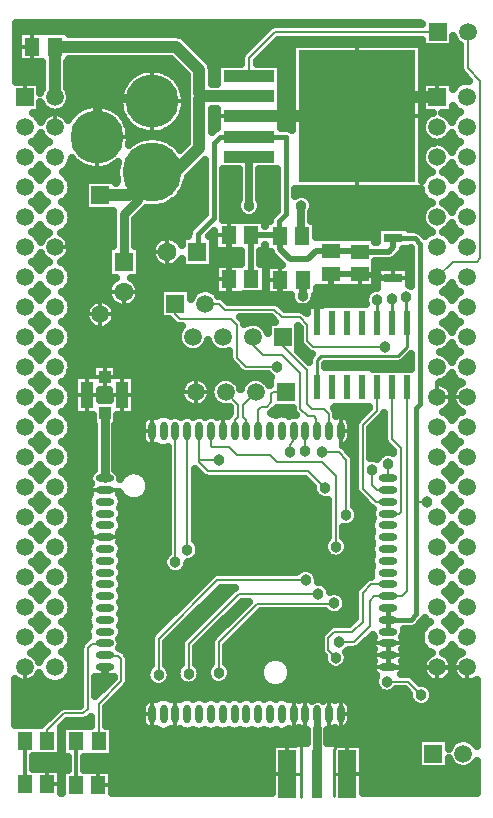
<source format=gbr>
G04 DipTrace 3.0.0.1*
G04 Top.gbr*
%MOIN*%
G04 #@! TF.FileFunction,Copper,L1,Top*
G04 #@! TF.Part,Single*
G04 #@! TA.AperFunction,Conductor*
%ADD14C,0.008*%
%ADD15C,0.02*%
%ADD16C,0.04*%
G04 #@! TA.AperFunction,CopperBalancing*
%ADD17C,0.025*%
G04 #@! TA.AperFunction,Conductor*
%ADD18C,0.01*%
%ADD19C,0.03*%
%ADD20C,0.015*%
%ADD21C,0.018*%
%ADD22C,0.029528*%
%ADD23C,0.023622*%
%ADD24C,0.012*%
G04 #@! TA.AperFunction,CopperBalancing*
%ADD25C,0.012992*%
%ADD26R,0.059843X0.159843*%
%ADD27R,0.033465X0.159843*%
%ADD28R,0.041339X0.043307*%
%ADD29R,0.043307X0.088583*%
G04 #@! TA.AperFunction,ComponentPad*
%ADD30R,0.062992X0.062992*%
%ADD31C,0.062992*%
%ADD32R,0.051181X0.059055*%
%ADD33R,0.059055X0.051181*%
%ADD35R,0.062992X0.031496*%
G04 #@! TA.AperFunction,ComponentPad*
%ADD36R,0.059055X0.059055*%
%ADD37C,0.059055*%
%ADD38C,0.177165*%
%ADD39C,0.19685*%
%ADD43O,0.062992X0.023622*%
%ADD44O,0.023622X0.062992*%
%ADD49R,0.023622X0.07874*%
%ADD50R,0.170472X0.040157*%
%ADD51R,0.390157X0.440157*%
G04 #@! TA.AperFunction,ViaPad*
%ADD52C,0.038*%
%FSLAX26Y26*%
G04*
G70*
G90*
G75*
G01*
G04 Top*
%LPD*%
X1126378Y1762992D2*
D14*
X1168378Y1720992D1*
Y1697941D1*
X1167984Y1697547D1*
Y1681433D1*
X1156299Y1669748D1*
Y1634252D1*
X1226378Y1762992D2*
X1184378Y1720992D1*
Y1691314D1*
X1183984Y1690920D1*
Y1681433D1*
X1195669Y1669748D1*
Y1634252D1*
X1833858Y2963780D2*
X1290551D1*
X1204331Y2877559D1*
Y2816142D1*
X1136220Y2285433D2*
D15*
Y2141339D1*
X1137795Y2139764D1*
X1685039Y2142126D2*
X1646063D1*
X1635433Y2152756D1*
X1579134D1*
X1574803Y2157087D1*
X1478346D1*
X1477559Y2157874D1*
X1137795Y2139764D2*
Y2092520D1*
X1157874Y2072441D1*
X1294094D1*
X1309449Y2087795D1*
Y2135433D1*
X1308268Y2136614D1*
Y2068504D1*
X1327165Y2049606D1*
X1427383D1*
X1452756D1*
X1477165Y2074016D1*
Y2157480D1*
X1430709Y1992520D2*
Y2046281D1*
X1427383Y2049606D1*
X1204331Y2682283D2*
D16*
X1564173D1*
X1832283Y2745669D2*
X1627559D1*
X1564173Y2682283D1*
X724409Y846457D2*
D17*
Y811024D1*
X712598Y799213D1*
X1496063Y610236D2*
D18*
Y581063D1*
X1488701Y573701D1*
Y489370D1*
Y418701D1*
X1531890Y489370D2*
X1488701D1*
X1377953Y610236D2*
Y489764D1*
Y414449D1*
X1378701Y413701D1*
X1332283Y489764D2*
X1377953D1*
X528701Y453701D2*
D14*
Y523701D1*
X703701D2*
Y455669D1*
X702362Y454331D1*
X696850Y2614173D2*
D19*
Y2726850D1*
X713701Y2743701D1*
X870472D1*
X881890Y2732283D1*
X1668110Y925591D2*
D20*
Y886220D1*
Y846850D1*
X1831102D1*
X1832283Y845669D1*
X1932283D1*
X1204331Y2615354D2*
D21*
X1107874D1*
X1087402Y2594882D1*
Y2343307D1*
X1033071Y2288976D1*
Y2231102D1*
X1032677Y2230709D1*
X1204331Y2615354D2*
D20*
X1327559D1*
Y2355512D1*
X1304331Y2332283D1*
Y2284646D1*
X1306299Y2282677D1*
X1211024Y2285433D2*
D15*
X1303543D1*
X1306299Y2282677D1*
X1211024Y2285433D2*
Y2141339D1*
X1212598Y2139764D1*
X1306299Y2282677D2*
Y2241732D1*
X1340945Y2207087D1*
X1402756D1*
X1428346Y2232677D1*
X1477559D1*
X1574016D1*
X1574803Y2231890D1*
X1671654D1*
X1685827Y2246063D1*
Y2275197D1*
X1685039Y2275984D1*
X1668110Y964961D2*
D21*
Y1004331D1*
Y1043701D1*
Y1004331D2*
X1744488D1*
X1762598Y1022441D1*
Y1398701D1*
Y1709449D1*
X1775984Y1722835D1*
Y2256299D1*
X1756299Y2275984D1*
X1685039D1*
X1798701Y1398701D2*
D14*
X1762598D1*
X1668110Y1476772D2*
Y1524016D1*
X1317323Y1947638D2*
Y1916142D1*
X1397244Y1836220D1*
Y1723622D1*
X1414567Y1706299D1*
X1455512D1*
X1470472Y1691339D1*
Y1635039D1*
X1471260Y1634252D1*
X1217323Y1947638D2*
Y1919291D1*
X1249606Y1887008D1*
X1315354D1*
X1375591Y1826772D1*
Y1707087D1*
X1399606Y1683071D1*
X1419685D1*
X1429528Y1673228D1*
Y1636614D1*
X1431890Y1634252D1*
X1392520Y1566929D2*
Y1634252D1*
X1340945Y1564173D2*
Y1587402D1*
X1352756Y1599213D1*
Y1633858D1*
X1353150Y1634252D1*
X1326378Y1762992D2*
X1284252D1*
X1278740Y1757480D1*
Y1730315D1*
X1262992Y1714567D1*
X1245669D1*
X1234646Y1703543D1*
Y1634646D1*
X1235039Y1634252D1*
X1730709Y1779921D2*
Y1717323D1*
X1731496Y1718110D1*
Y1101181D1*
X1712992Y1082677D1*
X1668504D1*
X1668110Y1083071D1*
X1504724Y930709D2*
X1555906D1*
X1607874Y982677D1*
Y1068504D1*
X1622441Y1083071D1*
X1668110D1*
X1431890Y489764D2*
D22*
Y643110D1*
D23*
Y689370D1*
X723622Y1694488D2*
D22*
Y1477165D1*
D23*
X723228Y1476772D1*
X703150Y599213D2*
D14*
Y725197D1*
X778740Y800787D1*
Y873622D1*
X767323Y885039D1*
X724409D1*
X723228Y886220D1*
X531890Y601181D2*
Y635827D1*
X588583Y692520D1*
X652362D1*
X667323Y707480D1*
Y910236D1*
X681890Y924803D1*
X722441D1*
X723228Y925591D1*
X628346Y599213D2*
D24*
Y455118D1*
X627559Y454331D1*
X457087Y601181D2*
Y455906D1*
X456693Y455512D1*
X709055Y2419685D2*
D16*
X805512D1*
X881890Y2496063D1*
X556299Y2914567D2*
Y2746850D1*
X557480Y2745669D1*
X556299Y2914567D2*
X961811D1*
X1038189Y2838189D1*
Y2759449D1*
X1048819Y2748819D1*
X1203937D1*
X1204331Y2749213D1*
X881890Y2496063D2*
X957874D1*
X1039370Y2577559D1*
Y2739370D1*
X1048819Y2748819D1*
X786614Y2197244D2*
D19*
Y2356299D1*
X833465Y2403150D1*
Y2447638D1*
X881890Y2496063D1*
X1204331Y2548425D2*
D17*
Y2384252D1*
X1378740D2*
Y2285039D1*
X1381102Y2282677D1*
X1383071Y2136614D2*
X1383465Y2084646D1*
X1430709Y1779921D2*
D18*
Y1868898D1*
X1444882Y1883071D1*
X1699606D1*
X1730709Y1914173D1*
Y1992520D1*
X1728740Y2081496D2*
Y1994488D1*
X1730709Y1992520D1*
X1933858Y2963780D2*
D14*
Y2842126D1*
X1975197Y2800787D1*
Y2210236D1*
X1963386Y2198425D1*
X1885039D1*
X1832283Y2145669D1*
X1663701Y798701D2*
X1733701D1*
X1778701Y753701D1*
X1058701Y2058701D2*
X1103701D1*
X1123701Y2038701D1*
X1288701D1*
X1313701Y2013701D1*
X1373701D1*
X1398701Y1988701D1*
Y1933701D1*
X1418701Y1913701D1*
X1658701D1*
X1668110Y1122441D2*
X1612441D1*
X1583701Y1093701D1*
Y998701D1*
X1548701Y963701D1*
X1488701D1*
X1468701Y943701D1*
Y903701D1*
X1493701Y878701D1*
X1668110Y1437402D2*
X1630000D1*
X1613701Y1453701D1*
Y1503701D1*
X958701Y2058701D2*
Y2023701D1*
X973701Y2008701D1*
X1143701D1*
X1163701Y1988701D1*
Y1878701D1*
X1193701Y1848701D1*
X1298701D1*
X1448701Y1563701D2*
X1503701D1*
X1528701Y1538701D1*
Y1353701D1*
X1680709Y1992520D2*
D18*
Y2070866D1*
X1682677Y2072835D1*
X1630709Y1779921D2*
D14*
Y1700394D1*
X1583701Y1653386D1*
Y1440709D1*
X1628346Y1396063D1*
X1666142D1*
X1668110Y1398031D1*
X1103937Y827559D2*
Y929134D1*
X1232677Y1057874D1*
X1487008D1*
X1488583Y1059449D1*
X998819Y1634252D2*
Y1237402D1*
X1038189Y1634252D2*
Y1536614D1*
Y1529921D1*
X1068110Y1500000D1*
X1402402D1*
X1458701Y1443701D1*
X1103150Y1536614D2*
X1038189D1*
X1003150Y825197D2*
Y923228D1*
X1169685Y1089764D1*
X1434252D1*
X1435039Y1090551D1*
X959449Y1634252D2*
Y1196457D1*
X903150Y820866D2*
Y940945D1*
X1099213Y1137008D1*
X1393307D1*
X1077559Y1634252D2*
Y1582677D1*
X1081496Y1578740D1*
X1137402D1*
X1162992Y1553150D1*
X1274803D1*
X1297638Y1530315D1*
X1448031D1*
X1493701Y1484646D1*
Y1248701D1*
X1631890Y2071260D2*
D18*
Y1993701D1*
X1630709Y1992520D1*
X1680709Y1779921D2*
D14*
Y1607087D1*
X1710630Y1577165D1*
Y1364961D1*
X1703937Y1358268D1*
X1668504D1*
X1668110Y1358661D1*
D52*
X712598Y799213D3*
X528701Y523701D3*
X703701D3*
X1798701Y1398701D3*
X1668110Y1524016D3*
X1392520Y1566929D3*
X1340945Y1564173D3*
X1504724Y930709D3*
X1204331Y2384252D3*
X1378740D3*
X1383465Y2084646D3*
X1728740Y2081496D3*
X1663701Y798701D3*
X1778701Y753701D3*
X1658701Y1913701D3*
X1493701Y878701D3*
X1613701Y1503701D3*
X1298701Y1848701D3*
X1448701Y1563701D3*
X1528701Y1353701D3*
X1613701Y1503701D3*
X1682677Y2072835D3*
X1103937Y827559D3*
X1488583Y1059449D3*
X998819Y1237402D3*
X1458701Y1443701D3*
X1103150Y1536614D3*
X1003150Y825197D3*
X1435039Y1090551D3*
X959449Y1196457D3*
X903150Y820866D3*
X1393307Y1137008D3*
X1493701Y1248701D3*
X1631890Y2071260D3*
X1668110Y2785827D3*
X1468110Y2781102D3*
X1668110Y2585827D3*
X1468110Y2581102D3*
X1496063Y610236D3*
X1377953D3*
X1594488D3*
Y688976D3*
Y767717D3*
X1496063D3*
X1417323D3*
X1259843Y610236D3*
Y531496D3*
X1594488D3*
X1673228Y610236D3*
Y531496D3*
X1181102D3*
Y610236D3*
X846457Y1909449D3*
Y1850394D3*
X767717Y1909449D3*
X846457Y1692913D3*
X688976Y1909449D3*
X846457Y1771654D3*
X767717Y1535433D3*
X669291D3*
X767717Y1633858D3*
X669291D3*
X610236Y1909449D3*
Y1830709D3*
X1338583Y767717D3*
X1259843Y452756D3*
X1181102D3*
X1673228D3*
X1594488D3*
X428726Y2970190D2*
D17*
X1258394D1*
X992154Y2945322D2*
X1233539D1*
X1017104Y2920453D2*
X1208686D1*
X1285806D2*
X1345112D1*
X1887367D2*
X1904390D1*
X1042007Y2895584D2*
X1183783D1*
X1260903D2*
X1345112D1*
X1783266D2*
X1905854D1*
X605874Y2870715D2*
X944478D1*
X1066860D2*
X1176314D1*
X1236050D2*
X1345112D1*
X1783266D2*
X1905854D1*
X428726Y2845846D2*
X512299D1*
X600307D2*
X969331D1*
X1081459D2*
X1095096D1*
X1313588D2*
X1345112D1*
X1783266D2*
X1905854D1*
X428726Y2820978D2*
X512299D1*
X600307D2*
X814203D1*
X949575D2*
X994184D1*
X1082192D2*
X1095130D1*
X1313588D2*
X1345112D1*
X1783266D2*
X1916450D1*
X600307Y2796109D2*
X789692D1*
X974087D2*
X994184D1*
X1082192D2*
X1095130D1*
X1313588D2*
X1345112D1*
X1885806D2*
X1905415D1*
X604115Y2771240D2*
X776411D1*
X1313588D2*
X1345112D1*
X611000Y2746371D2*
X770210D1*
X1313588D2*
X1345112D1*
X604946Y2721503D2*
X669867D1*
X723794D2*
X769819D1*
X1313588D2*
X1345112D1*
X511000Y2696634D2*
X540864D1*
X574087D2*
X621430D1*
X1083364D2*
X1095087D1*
X1313588D2*
X1345112D1*
X1885806D2*
X1902680D1*
X976332Y2671765D2*
X995356D1*
X1083364D2*
X1095087D1*
X1313588D2*
X1345112D1*
X953871Y2646896D2*
X995356D1*
X1083364D2*
X1095087D1*
X1313588D2*
X1345112D1*
X809146Y2622028D2*
X995356D1*
X488003Y2597159D2*
X532906D1*
X948891D2*
X995356D1*
X1783266D2*
X1813959D1*
X1850600D2*
X1901752D1*
X611000Y2522552D2*
X633344D1*
X1045571D2*
X1054391D1*
X488882Y2497684D2*
X526070D1*
X588882D2*
X759467D1*
X1020668D2*
X1054390D1*
X1120424D2*
X1167818D1*
X1240835D2*
X1296039D1*
X1783266D2*
X1808979D1*
X1855580D2*
X1900874D1*
X608999Y2472815D2*
X761762D1*
X1002016D2*
X1054390D1*
X1120424D2*
X1167818D1*
X1240835D2*
X1296039D1*
X615932Y2447946D2*
X655512D1*
X994252D2*
X1054390D1*
X1120424D2*
X1167818D1*
X1240835D2*
X1296039D1*
X611244Y2423077D2*
X655512D1*
X979555D2*
X1054390D1*
X1120424D2*
X1167818D1*
X1240835D2*
X1296039D1*
X1392787D2*
X1778510D1*
X489760Y2398209D2*
X525239D1*
X589760D2*
X655512D1*
X953726D2*
X1054390D1*
X1120424D2*
X1163814D1*
X1244839D2*
X1296039D1*
X1419252D2*
X1800043D1*
X1864566D2*
X1900043D1*
X608706Y2373340D2*
X655512D1*
X857778D2*
X1054390D1*
X1120424D2*
X1162836D1*
X1245815D2*
X1296039D1*
X1420230D2*
X1786908D1*
X615932Y2348471D2*
X747602D1*
X832924D2*
X1046919D1*
X1120424D2*
X1182856D1*
X1225795D2*
X1277778D1*
X1415248D2*
X1778852D1*
X611490Y2323602D2*
X747602D1*
X825600D2*
X1022066D1*
X1430678D2*
X1783783D1*
X490542Y2298734D2*
X524408D1*
X590542D2*
X747602D1*
X825600D2*
X1001655D1*
X1430678D2*
X1629535D1*
X1779115D2*
X1809760D1*
X1854799D2*
X1899214D1*
X602504Y2273865D2*
X747602D1*
X825600D2*
X899408D1*
X965932D2*
X977192D1*
X610903Y2248996D2*
X731098D1*
X842104D2*
X880415D1*
X606215Y2224127D2*
X731098D1*
X842104D2*
X877583D1*
X1088150D2*
X1177046D1*
X1245034D2*
X1277680D1*
X1710951D2*
X1742963D1*
X491371Y2199259D2*
X533783D1*
X581167D2*
X731098D1*
X842104D2*
X887543D1*
X1088150D2*
X1177046D1*
X1245034D2*
X1301703D1*
X1628335D2*
X1742963D1*
X608071Y2174390D2*
X731098D1*
X842104D2*
X1088227D1*
X615883Y2149521D2*
X731098D1*
X842104D2*
X1088227D1*
X611928Y2124652D2*
X738764D1*
X834487D2*
X1088227D1*
X492104Y2099783D2*
X522846D1*
X592104D2*
X731196D1*
X842055D2*
X905171D1*
X1012222D2*
X1025923D1*
X1432680D2*
X1600630D1*
X1857094D2*
X1897651D1*
X607778Y2074915D2*
X736030D1*
X837172D2*
X905171D1*
X1126039D2*
X1341646D1*
X1425259D2*
X1589058D1*
X615835Y2050046D2*
X663911D1*
X813198D2*
X905171D1*
X1315932D2*
X1359907D1*
X612123Y2025177D2*
X655610D1*
X762466D2*
X905171D1*
X492836Y2000308D2*
X522114D1*
X592836D2*
X660395D1*
X757730D2*
X943550D1*
X1188882D2*
X1288520D1*
X1867642D2*
X1896919D1*
X607436Y1975440D2*
X685786D1*
X732339D2*
X972016D1*
X615786Y1950571D2*
X963862D1*
X612319Y1925702D2*
X968744D1*
X493570Y1900833D2*
X521382D1*
X593570D2*
X994478D1*
X1040151D2*
X1094478D1*
X1371206D2*
X1393012D1*
X1859146D2*
X1896186D1*
X607094Y1875965D2*
X1135835D1*
X1732486D2*
X1743024D1*
X615738Y1851096D2*
X678950D1*
X768276D2*
X1152730D1*
X1459731D2*
X1742963D1*
X612514Y1826227D2*
X678950D1*
X768276D2*
X1179146D1*
X494252Y1801358D2*
X520698D1*
X594252D2*
X618891D1*
X828335D2*
X990230D1*
X1062514D2*
X1090230D1*
X1162514D2*
X1190230D1*
X1262514D2*
X1272848D1*
X1860073D2*
X1895503D1*
X606752Y1776490D2*
X618942D1*
X828335D2*
X974654D1*
X1875454D2*
X1889106D1*
X710219Y1751621D2*
X737007D1*
X828335D2*
X974115D1*
X828335Y1726752D2*
X987934D1*
X1064810D2*
X1087934D1*
X494936Y1701883D2*
X520014D1*
X594936D2*
X618891D1*
X828335D2*
X1140375D1*
X1288882D2*
X1348139D1*
X1496206D2*
X1593647D1*
X1861000D2*
X1903559D1*
X606411Y1677014D2*
X681050D1*
X766176D2*
X854194D1*
X1537172D2*
X1568744D1*
X615639Y1652146D2*
X686958D1*
X760268D2*
X844916D1*
X1546450D2*
X1555684D1*
X1621010D2*
X1652730D1*
X612906Y1627277D2*
X686958D1*
X760268D2*
X844916D1*
X1546450D2*
X1555684D1*
X1611684D2*
X1652730D1*
X495571Y1602408D2*
X519379D1*
X595571D2*
X686958D1*
X760268D2*
X847211D1*
X1544155D2*
X1555732D1*
X1611684D2*
X1653119D1*
X1870375D2*
X1894184D1*
X606070Y1577539D2*
X686958D1*
X760268D2*
X907759D1*
X1528432D2*
X1555707D1*
X1611684D2*
X1671675D1*
X615542Y1552671D2*
X686958D1*
X760268D2*
X931440D1*
X1611684D2*
X1637007D1*
X613051Y1527802D2*
X686958D1*
X760268D2*
X931440D1*
X496206Y1502933D2*
X518744D1*
X596206D2*
X684028D1*
X762466D2*
X931440D1*
X1871010D2*
X1893550D1*
X605678Y1478064D2*
X669867D1*
X867251D2*
X931440D1*
X1026822D2*
X1052631D1*
X615492Y1453196D2*
X671723D1*
X874916D2*
X931440D1*
X1026822D2*
X1410639D1*
X613247Y1428327D2*
X668990D1*
X869887D2*
X931440D1*
X1026822D2*
X1418744D1*
X496791Y1403458D2*
X518159D1*
X596791D2*
X663130D1*
X783315D2*
X796432D1*
X844496D2*
X931440D1*
X1026822D2*
X1465718D1*
X1556703D2*
X1582367D1*
X1871596D2*
X1892963D1*
X605287Y1378589D2*
X668062D1*
X778432D2*
X931440D1*
X1026822D2*
X1465718D1*
X1563150D2*
X1607270D1*
X615395Y1353720D2*
X663080D1*
X783412D2*
X931440D1*
X1026822D2*
X1465718D1*
X1571694D2*
X1612983D1*
X613394Y1328852D2*
X663959D1*
X782486D2*
X931440D1*
X1026822D2*
X1465718D1*
X1563198D2*
X1608832D1*
X497427Y1303983D2*
X517573D1*
X597427D2*
X665912D1*
X780531D2*
X931440D1*
X1026822D2*
X1465718D1*
X1521694D2*
X1610835D1*
X1872182D2*
X1892378D1*
X604898Y1279114D2*
X667719D1*
X778726D2*
X931440D1*
X1026822D2*
X1464448D1*
X1522963D2*
X1607612D1*
X615346Y1254245D2*
X665278D1*
X781167D2*
X931440D1*
X1038150D2*
X1451070D1*
X1536343D2*
X1610151D1*
X613588Y1229377D2*
X664399D1*
X782046D2*
X931440D1*
X1041030D2*
X1455610D1*
X1531802D2*
X1609272D1*
X497963Y1204508D2*
X516987D1*
X597963D2*
X662886D1*
X783559D2*
X917280D1*
X1024966D2*
X1607759D1*
X1872768D2*
X1891791D1*
X604507Y1179639D2*
X667134D1*
X779311D2*
X920112D1*
X998794D2*
X1612007D1*
X615248Y1154770D2*
X663374D1*
X783071D2*
X1078412D1*
X1432192D2*
X1608295D1*
X613735Y1129902D2*
X663471D1*
X782974D2*
X1053559D1*
X1447134D2*
X1581343D1*
X498550Y1105033D2*
X516402D1*
X598550D2*
X666938D1*
X779555D2*
X1028656D1*
X1105776D2*
X1146382D1*
X1475356D2*
X1558344D1*
X1873354D2*
X1891206D1*
X604115Y1080164D2*
X662836D1*
X783608D2*
X1003803D1*
X1080923D2*
X1121528D1*
X1525894D2*
X1555707D1*
X615151Y1055295D2*
X664546D1*
X781899D2*
X978950D1*
X1056070D2*
X1096675D1*
X1173794D2*
X1191547D1*
X1531362D2*
X1555707D1*
X613882Y1030427D2*
X665131D1*
X781362D2*
X954047D1*
X1031215D2*
X1071772D1*
X1148891D2*
X1166646D1*
X1243814D2*
X1457856D1*
X1519350D2*
X1555707D1*
X499087Y1005558D2*
X515864D1*
X599087D2*
X662739D1*
X783706D2*
X929194D1*
X1006314D2*
X1046919D1*
X1124038D2*
X1141791D1*
X1218911D2*
X1551996D1*
X1873891D2*
X1890668D1*
X503726Y980689D2*
X511261D1*
X603726D2*
X666108D1*
X780336D2*
X904340D1*
X981459D2*
X1022066D1*
X1099184D2*
X1116938D1*
X1194058D2*
X1467134D1*
X1766274D2*
X1786055D1*
X1878530D2*
X1886077D1*
X615054Y955820D2*
X663862D1*
X782631D2*
X879927D1*
X956606D2*
X997163D1*
X1074282D2*
X1092084D1*
X1169203D2*
X1443744D1*
X1722328D2*
X1774702D1*
X614028Y930951D2*
X649458D1*
X778286D2*
X875142D1*
X931703D2*
X976362D1*
X1049428D2*
X1076020D1*
X1144302D2*
X1440718D1*
X1594692D2*
X1613031D1*
X1723159D2*
X1775727D1*
X499623Y906083D2*
X515327D1*
X599623D2*
X639302D1*
X784243D2*
X875142D1*
X931167D2*
X975142D1*
X1031167D2*
X1075923D1*
X1131948D2*
X1440718D1*
X1565004D2*
X1618940D1*
X1717299D2*
X1790131D1*
X1874428D2*
X1890131D1*
X496596Y881214D2*
X511664D1*
X603286D2*
X639302D1*
X805580D2*
X875142D1*
X931167D2*
X975142D1*
X1031167D2*
X1075923D1*
X1131948D2*
X1450776D1*
X1536635D2*
X1612983D1*
X1723207D2*
X1793159D1*
X1871402D2*
X1893159D1*
X614955Y856345D2*
X639302D1*
X806752D2*
X875142D1*
X931167D2*
X974751D1*
X1031558D2*
X1072944D1*
X1134927D2*
X1246332D1*
X1339467D2*
X1457416D1*
X1529995D2*
X1614008D1*
X1722231D2*
X1779878D1*
X614175Y831476D2*
X639302D1*
X806752D2*
X861567D1*
X944740D2*
X960656D1*
X1045668D2*
X1061160D1*
X1146743D2*
X1238471D1*
X1347328D2*
X1616352D1*
X1719839D2*
X1780756D1*
X492836Y806608D2*
X514839D1*
X600112D2*
X639302D1*
X695327D2*
X745991D1*
X806752D2*
X862739D1*
X943570D2*
X964692D1*
X1041615D2*
X1066791D1*
X1141079D2*
X1243354D1*
X1342446D2*
X1621479D1*
X1764370D2*
X1796967D1*
X1867592D2*
X1896967D1*
X428726Y781739D2*
X639302D1*
X695327D2*
X721138D1*
X798256D2*
X890180D1*
X916077D2*
X1268159D1*
X1317642D2*
X1624408D1*
X1810415D2*
X1961079D1*
X428726Y756870D2*
X639302D1*
X773403D2*
X1735835D1*
X1821596D2*
X1961079D1*
X428726Y732001D2*
X639302D1*
X748500D2*
X854047D1*
X1537270D2*
X1741987D1*
X1815395D2*
X1961079D1*
X428726Y707133D2*
X564643D1*
X731167D2*
X844916D1*
X1546450D2*
X1961079D1*
X428726Y682264D2*
X539740D1*
X731167D2*
X844916D1*
X1546450D2*
X1961079D1*
X428726Y657395D2*
X514887D1*
X592007D2*
X675142D1*
X731167D2*
X847260D1*
X1544106D2*
X1961079D1*
X752748Y632526D2*
X908295D1*
X931850D2*
X987007D1*
X1010577D2*
X1026411D1*
X1050000D2*
X1065766D1*
X1089325D2*
X1105122D1*
X1128726D2*
X1144554D1*
X1168080D2*
X1183898D1*
X1207486D2*
X1223245D1*
X1246840D2*
X1262592D1*
X1286175D2*
X1301996D1*
X1325606D2*
X1395210D1*
X1468570D2*
X1961079D1*
X752748Y607657D2*
X1395210D1*
X1468570D2*
X1765180D1*
X1872231D2*
X1901802D1*
X1935610D2*
X1961079D1*
X752748Y582789D2*
X1278364D1*
X1585806D2*
X1765180D1*
X752748Y557920D2*
X1278364D1*
X1585806D2*
X1765180D1*
X487075Y533051D2*
X598335D1*
X658364D2*
X1278364D1*
X1585806D2*
X1765180D1*
X487075Y508182D2*
X598335D1*
X658364D2*
X1278364D1*
X1585806D2*
X1765180D1*
X1872231D2*
X1909028D1*
X1928386D2*
X1961079D1*
X751967Y483314D2*
X1278364D1*
X1585806D2*
X1961079D1*
X751967Y458445D2*
X1278364D1*
X1585806D2*
X1961079D1*
X751967Y433576D2*
X1278364D1*
X1585806D2*
X1961079D1*
X1428240Y2279768D2*
X1528587D1*
Y2278937D1*
X1625831Y2278980D1*
Y2263404D1*
X1632043Y2263736D1*
Y2313232D1*
X1738035D1*
Y2306445D1*
X1758692Y2306390D1*
X1765724Y2304992D1*
X1772235Y2301990D1*
X1777866Y2297551D1*
X1791434Y2283982D1*
X1795902Y2288266D1*
X1803013Y2293434D1*
X1810845Y2297425D1*
X1813280Y2298323D1*
X1805622Y2302161D1*
X1799144Y2306867D1*
X1793482Y2312530D1*
X1788776Y2319008D1*
X1785140Y2326142D1*
X1782665Y2333757D1*
X1781413Y2341665D1*
Y2349673D1*
X1782665Y2357581D1*
X1785140Y2365197D1*
X1788776Y2372331D1*
X1793482Y2378808D1*
X1799144Y2384471D1*
X1805622Y2389177D1*
X1813240Y2392991D1*
X1806852Y2395756D1*
X1799356Y2400348D1*
X1792672Y2406058D1*
X1786962Y2412741D1*
X1782370Y2420238D1*
X1779005Y2428358D1*
X1776954Y2436906D1*
X1776503Y2440711D1*
X1356563Y2440705D1*
X1356559Y2418138D1*
X1363241Y2421669D1*
X1369286Y2423633D1*
X1375563Y2424627D1*
X1381917D1*
X1388194Y2423633D1*
X1394239Y2421669D1*
X1399902Y2418783D1*
X1405043Y2415049D1*
X1409537Y2410555D1*
X1413272Y2405413D1*
X1416157Y2399751D1*
X1418121Y2393706D1*
X1419115Y2387429D1*
Y2381075D1*
X1418121Y2374798D1*
X1416157Y2368753D1*
X1412740Y2362295D1*
Y2333715D1*
X1428193Y2333705D1*
Y2279749D1*
X1523772Y2110783D2*
X1430159D1*
X1430161Y2085587D1*
X1423961D1*
X1423466Y2078310D1*
X1421983Y2072130D1*
X1419550Y2066259D1*
X1416230Y2060840D1*
X1412102Y2056008D1*
X1409192Y2053395D1*
X1442408Y2053390D1*
X1442406Y2058382D1*
X1593529D1*
X1591888Y2064924D1*
X1591390Y2071260D1*
X1591888Y2077596D1*
X1593371Y2083776D1*
X1595804Y2089647D1*
X1599125Y2095066D1*
X1603252Y2099898D1*
X1608084Y2104025D1*
X1613503Y2107345D1*
X1620152Y2109997D1*
X1523776Y2109996D1*
Y2110787D1*
X746118Y2250240D2*
X750073D1*
X750227Y2359163D1*
X751122Y2364820D1*
X751904Y2367589D1*
X747583Y2368657D1*
X658028D1*
Y2470713D1*
X760083D1*
Y2461190D1*
X765278Y2468067D1*
X763441Y2477303D1*
X762335Y2486654D1*
X761965Y2496063D1*
X762335Y2505472D1*
X763441Y2514823D1*
X766706Y2529122D1*
X758486Y2522963D1*
X747753Y2516567D1*
X736366Y2511428D1*
X724470Y2507612D1*
X712218Y2505168D1*
X699768Y2504129D1*
X687280Y2504508D1*
X674916Y2506298D1*
X662833Y2509478D1*
X651190Y2514007D1*
X640135Y2519825D1*
X629810Y2526860D1*
X620348Y2535018D1*
X613402Y2542381D1*
X611953Y2532592D1*
X609236Y2524231D1*
X605245Y2516399D1*
X600077Y2509287D1*
X593862Y2503072D1*
X586751Y2497904D1*
X582912Y2495583D1*
X590408Y2490991D1*
X597092Y2485281D1*
X602802Y2478597D1*
X607394Y2471101D1*
X610759Y2462980D1*
X612810Y2454433D1*
X613500Y2445669D1*
X612810Y2436906D1*
X610759Y2428358D1*
X607394Y2420238D1*
X602802Y2412741D1*
X597092Y2406058D1*
X590408Y2400348D1*
X582741Y2395676D1*
X590408Y2390991D1*
X597092Y2385281D1*
X602802Y2378597D1*
X607394Y2371101D1*
X610759Y2362980D1*
X612810Y2354433D1*
X613500Y2345669D1*
X612810Y2336906D1*
X610759Y2328358D1*
X607394Y2320238D1*
X602802Y2312741D1*
X597092Y2306058D1*
X590408Y2300348D1*
X582912Y2295756D1*
X576484Y2293016D1*
X583272Y2289699D1*
X589441Y2285448D1*
X594923Y2280339D1*
X599596Y2274480D1*
X603361Y2268003D1*
X606136Y2261042D1*
X607864Y2253751D1*
X608508Y2245669D1*
X607958Y2238197D1*
X606319Y2230885D1*
X603627Y2223891D1*
X599940Y2217367D1*
X595337Y2211455D1*
X589919Y2206280D1*
X583801Y2201954D1*
X576541Y2198348D1*
X582912Y2195583D1*
X590408Y2190991D1*
X597092Y2185281D1*
X602802Y2178597D1*
X607394Y2171101D1*
X610759Y2162980D1*
X612810Y2154433D1*
X613500Y2145669D1*
X612810Y2136906D1*
X610759Y2128358D1*
X607394Y2120238D1*
X602802Y2112741D1*
X597092Y2106058D1*
X590408Y2100348D1*
X582741Y2095676D1*
X590408Y2090991D1*
X597092Y2085281D1*
X602802Y2078597D1*
X607394Y2071101D1*
X610759Y2062980D1*
X612810Y2054433D1*
X613500Y2045669D1*
X612810Y2036906D1*
X610759Y2028358D1*
X607394Y2020238D1*
X602802Y2012741D1*
X597092Y2006058D1*
X590408Y2000348D1*
X582741Y1995676D1*
X590408Y1990991D1*
X597092Y1985281D1*
X602802Y1978597D1*
X607394Y1971101D1*
X610759Y1962980D1*
X612810Y1954433D1*
X613500Y1945669D1*
X612810Y1936906D1*
X610759Y1928358D1*
X607394Y1920238D1*
X602802Y1912741D1*
X597092Y1906058D1*
X590408Y1900348D1*
X582741Y1895676D1*
X590408Y1890991D1*
X597092Y1885281D1*
X602802Y1878597D1*
X607394Y1871101D1*
X610759Y1862980D1*
X612810Y1854433D1*
X613500Y1845669D1*
X612810Y1836906D1*
X610759Y1828358D1*
X607394Y1820238D1*
X602802Y1812741D1*
X597092Y1806058D1*
X590408Y1800348D1*
X582741Y1795676D1*
X590408Y1790991D1*
X597092Y1785281D1*
X602802Y1778597D1*
X607394Y1771101D1*
X610759Y1762980D1*
X612810Y1754433D1*
X613500Y1745669D1*
X612810Y1736906D1*
X610759Y1728358D1*
X607394Y1720238D1*
X602802Y1712741D1*
X597092Y1706058D1*
X590408Y1700348D1*
X582741Y1695676D1*
X590408Y1690991D1*
X597092Y1685281D1*
X602802Y1678597D1*
X607394Y1671101D1*
X610759Y1662980D1*
X612810Y1654433D1*
X613500Y1645669D1*
X612810Y1636906D1*
X610759Y1628358D1*
X607394Y1620238D1*
X602802Y1612741D1*
X597092Y1606058D1*
X590408Y1600348D1*
X582741Y1595676D1*
X590408Y1590991D1*
X597092Y1585281D1*
X602802Y1578597D1*
X607394Y1571101D1*
X610759Y1562980D1*
X612810Y1554433D1*
X613500Y1545669D1*
X612810Y1536906D1*
X610759Y1528358D1*
X607394Y1520238D1*
X602802Y1512741D1*
X597092Y1506058D1*
X590408Y1500348D1*
X582741Y1495676D1*
X590408Y1490991D1*
X597092Y1485281D1*
X602802Y1478597D1*
X607394Y1471101D1*
X610759Y1462980D1*
X612810Y1454433D1*
X613500Y1445669D1*
X612810Y1436906D1*
X610759Y1428358D1*
X607394Y1420238D1*
X602802Y1412741D1*
X597092Y1406058D1*
X590408Y1400348D1*
X582741Y1395676D1*
X590408Y1390991D1*
X597092Y1385281D1*
X602802Y1378597D1*
X607394Y1371101D1*
X610759Y1362980D1*
X612810Y1354433D1*
X613500Y1345669D1*
X612810Y1336906D1*
X610759Y1328358D1*
X607394Y1320238D1*
X602802Y1312741D1*
X597092Y1306058D1*
X590408Y1300348D1*
X582741Y1295676D1*
X590408Y1290991D1*
X597092Y1285281D1*
X602802Y1278597D1*
X607394Y1271101D1*
X610759Y1262980D1*
X612810Y1254433D1*
X613500Y1245669D1*
X612810Y1236906D1*
X610759Y1228358D1*
X607394Y1220238D1*
X602802Y1212741D1*
X597092Y1206058D1*
X590408Y1200348D1*
X582741Y1195676D1*
X590408Y1190991D1*
X597092Y1185281D1*
X602802Y1178597D1*
X607394Y1171101D1*
X610759Y1162980D1*
X612810Y1154433D1*
X613500Y1145669D1*
X612810Y1136906D1*
X610759Y1128358D1*
X607394Y1120238D1*
X602802Y1112741D1*
X597092Y1106058D1*
X590408Y1100348D1*
X582741Y1095676D1*
X590408Y1090991D1*
X597092Y1085281D1*
X602802Y1078597D1*
X607394Y1071101D1*
X610759Y1062980D1*
X612810Y1054433D1*
X613500Y1045669D1*
X612810Y1036906D1*
X610759Y1028358D1*
X607394Y1020238D1*
X602802Y1012741D1*
X597092Y1006058D1*
X590408Y1000348D1*
X582741Y995676D1*
X590408Y990991D1*
X597092Y985281D1*
X602802Y978597D1*
X607394Y971101D1*
X610759Y962980D1*
X612810Y954433D1*
X613500Y945669D1*
X612810Y936906D1*
X610759Y928358D1*
X607394Y920238D1*
X602802Y912741D1*
X597092Y906058D1*
X590408Y900348D1*
X582741Y895676D1*
X590408Y890991D1*
X597092Y885281D1*
X602802Y878597D1*
X607394Y871101D1*
X610759Y862980D1*
X612810Y854433D1*
X613500Y845669D1*
X612810Y836906D1*
X610759Y828358D1*
X607394Y820238D1*
X602802Y812741D1*
X597092Y806058D1*
X590408Y800348D1*
X582912Y795756D1*
X574791Y792391D1*
X566244Y790340D1*
X557480Y789650D1*
X548717Y790340D1*
X540169Y792391D1*
X532049Y795756D1*
X524552Y800348D1*
X517869Y806058D1*
X512159Y812741D1*
X507567Y820238D1*
X504827Y826665D1*
X501276Y819482D1*
X496967Y813350D1*
X491808Y807915D1*
X485909Y803295D1*
X479398Y799588D1*
X472412Y796875D1*
X465105Y795215D1*
X457634Y794642D1*
X450160Y795169D1*
X442843Y796786D1*
X435841Y799457D1*
X429307Y803125D1*
X426199Y805374D1*
X426201Y652236D1*
X512500Y652387D1*
X572022Y711909D1*
X577005Y715240D1*
X582630Y717315D1*
X588583Y718020D1*
X641756D1*
X641902Y912238D1*
X643071Y918117D1*
X645580Y923560D1*
X649291Y928268D1*
X666902Y945433D1*
X669415Y947571D1*
X667115Y953125D1*
X665711Y958969D1*
X665240Y964961D1*
X665711Y970953D1*
X667115Y976797D1*
X669415Y982350D1*
X670696Y984635D1*
X668156Y989673D1*
X666298Y995388D1*
X665358Y1001325D1*
Y1007336D1*
X666298Y1013273D1*
X668156Y1018988D1*
X670696Y1024005D1*
X668156Y1029043D1*
X666298Y1034759D1*
X665358Y1040696D1*
Y1046706D1*
X666298Y1052643D1*
X668156Y1058358D1*
X670696Y1063375D1*
X668156Y1068413D1*
X666298Y1074129D1*
X665358Y1080066D1*
Y1086076D1*
X666298Y1092013D1*
X668156Y1097728D1*
X670696Y1102745D1*
X668156Y1107783D1*
X666298Y1113499D1*
X665358Y1119436D1*
Y1125446D1*
X666298Y1131383D1*
X668156Y1137098D1*
X670696Y1142115D1*
X668156Y1147154D1*
X666298Y1152869D1*
X665358Y1158806D1*
Y1164816D1*
X666298Y1170753D1*
X668156Y1176469D1*
X670696Y1181486D1*
X668156Y1186524D1*
X666298Y1192239D1*
X665358Y1198176D1*
Y1204186D1*
X666298Y1210123D1*
X668156Y1215839D1*
X670696Y1220856D1*
X668156Y1225894D1*
X666298Y1231609D1*
X665358Y1237546D1*
Y1243556D1*
X666298Y1249493D1*
X668156Y1255209D1*
X670885Y1260564D1*
X673886Y1264753D1*
X671621Y1270406D1*
X670302Y1277773D1*
X670661Y1285248D1*
X672680Y1292455D1*
X673879Y1295051D1*
X669415Y1301902D1*
X667115Y1307455D1*
X665711Y1313299D1*
X665240Y1319291D1*
X665711Y1325283D1*
X667115Y1331127D1*
X669415Y1336681D1*
X670696Y1338966D1*
X668156Y1344004D1*
X666298Y1349719D1*
X665358Y1355656D1*
Y1361667D1*
X666298Y1367604D1*
X668156Y1373319D1*
X670696Y1378336D1*
X668156Y1383374D1*
X666298Y1389089D1*
X665358Y1395026D1*
Y1401037D1*
X666298Y1406974D1*
X668156Y1412689D1*
X670885Y1418045D1*
X673886Y1422234D1*
X671621Y1427886D1*
X670302Y1435253D1*
X670661Y1442728D1*
X672680Y1449936D1*
X676257Y1456509D1*
X678020Y1458787D1*
X674703Y1464825D1*
X672711Y1471888D1*
X672423Y1479220D1*
X673854Y1486419D1*
X676927Y1493083D1*
X681470Y1498845D1*
X687232Y1503388D1*
X689450Y1504622D1*
X689453Y1653386D1*
X683547Y1653429D1*
Y1687755D1*
X621413Y1687752D1*
Y1819335D1*
X681453Y1819445D1*
Y1855752D1*
X765791D1*
Y1819336D1*
X825831Y1819335D1*
Y1687752D1*
X763693D1*
X763697Y1653429D1*
X757789D1*
X757791Y1504205D1*
X763186Y1500509D1*
X768168Y1495121D1*
X771753Y1488718D1*
X773745Y1481655D1*
X774034Y1474323D1*
X776134Y1477958D1*
X780930Y1484559D1*
X786701Y1490329D1*
X793302Y1495126D1*
X800572Y1498831D1*
X808333Y1501352D1*
X816392Y1502629D1*
X824552D1*
X832612Y1501352D1*
X840373Y1498831D1*
X847643Y1495126D1*
X854244Y1490329D1*
X860014Y1484559D1*
X864811Y1477958D1*
X868516Y1470688D1*
X871037Y1462927D1*
X872314Y1454867D1*
Y1446707D1*
X871037Y1438648D1*
X868516Y1430887D1*
X864811Y1423617D1*
X860014Y1417016D1*
X854244Y1411245D1*
X847643Y1406449D1*
X840373Y1402744D1*
X832612Y1400223D1*
X824552Y1398946D1*
X816392D1*
X808333Y1400223D1*
X800572Y1402744D1*
X793302Y1406449D1*
X786701Y1411245D1*
X780930Y1417016D1*
X776134Y1423617D1*
X774442Y1426636D1*
X772570Y1422274D1*
X777042Y1415421D1*
X779341Y1409867D1*
X780745Y1404024D1*
X781217Y1398031D1*
X780745Y1392039D1*
X779341Y1386196D1*
X777042Y1380642D1*
X775761Y1378357D1*
X778301Y1373319D1*
X780159Y1367604D1*
X781098Y1361667D1*
Y1355656D1*
X780159Y1349719D1*
X778301Y1344004D1*
X775761Y1338987D1*
X778301Y1333949D1*
X780159Y1328234D1*
X781098Y1322297D1*
Y1316286D1*
X780159Y1310349D1*
X778301Y1304634D1*
X775572Y1299278D1*
X772571Y1295089D1*
X774934Y1289100D1*
X776176Y1281719D1*
X775850Y1274940D1*
X773907Y1267713D1*
X772570Y1264794D1*
X777042Y1257941D1*
X779341Y1252387D1*
X780745Y1246543D1*
X781217Y1240551D1*
X780745Y1234559D1*
X779341Y1228715D1*
X777042Y1223161D1*
X775761Y1220877D1*
X778301Y1215839D1*
X780159Y1210123D1*
X781098Y1204186D1*
Y1198176D1*
X780159Y1192239D1*
X778301Y1186524D1*
X775761Y1181507D1*
X778301Y1176469D1*
X780159Y1170753D1*
X781098Y1164816D1*
Y1158806D1*
X780159Y1152869D1*
X778301Y1147154D1*
X775761Y1142136D1*
X778301Y1137098D1*
X780159Y1131383D1*
X781098Y1125446D1*
Y1119436D1*
X780159Y1113499D1*
X778301Y1107783D1*
X775761Y1102766D1*
X778301Y1097728D1*
X780159Y1092013D1*
X781098Y1086076D1*
Y1080066D1*
X780159Y1074129D1*
X778301Y1068413D1*
X775761Y1063396D1*
X778301Y1058358D1*
X780159Y1052643D1*
X781098Y1046706D1*
Y1040696D1*
X780159Y1034759D1*
X778301Y1029043D1*
X775761Y1024026D1*
X778301Y1018988D1*
X780159Y1013273D1*
X781098Y1007336D1*
Y1001325D1*
X780159Y995388D1*
X778301Y989673D1*
X775761Y984656D1*
X778301Y979618D1*
X780159Y973903D1*
X781098Y967966D1*
Y961955D1*
X780159Y956018D1*
X778301Y950303D1*
X775572Y944948D1*
X772593Y940714D1*
X775304Y933367D1*
X776224Y925591D1*
X775304Y917814D1*
X772593Y910467D1*
X772349Y910031D1*
X777081Y908598D1*
X782311Y905669D1*
X792966Y895459D1*
X799370Y888610D1*
X802299Y883381D1*
X803927Y877612D1*
X804240Y873622D1*
X803927Y796798D1*
X802299Y791029D1*
X799370Y785799D1*
X796772Y782756D1*
X728650Y714635D1*
Y650245D1*
X750240Y650240D1*
Y548185D1*
X655857D1*
X655846Y505316D1*
X749453Y505358D1*
Y426207D1*
X1280840Y426201D1*
X1280862Y591185D1*
X1358217D1*
X1358209Y594193D1*
X1397711D1*
X1397720Y636785D1*
X1392345Y636374D1*
X1384912Y637255D1*
X1377864Y639772D1*
X1372860Y642820D1*
X1367490Y639619D1*
X1360416Y637176D1*
X1352975Y636374D1*
X1345542Y637255D1*
X1338493Y639772D1*
X1338021Y640025D1*
X1331169Y635556D1*
X1325615Y633257D1*
X1319772Y631853D1*
X1313780Y631382D1*
X1307787Y631853D1*
X1301944Y633257D1*
X1296390Y635556D1*
X1294105Y636837D1*
X1289067Y634298D1*
X1283352Y632440D1*
X1277415Y631500D1*
X1271404D1*
X1265467Y632440D1*
X1259752Y634298D1*
X1254735Y636837D1*
X1249697Y634298D1*
X1243982Y632440D1*
X1238045Y631500D1*
X1232034D1*
X1226097Y632440D1*
X1220382Y634298D1*
X1215365Y636837D1*
X1210327Y634298D1*
X1204612Y632440D1*
X1198675Y631500D1*
X1192664D1*
X1186727Y632440D1*
X1181012Y634298D1*
X1175995Y636837D1*
X1170957Y634298D1*
X1165241Y632440D1*
X1159304Y631500D1*
X1153294D1*
X1147357Y632440D1*
X1141642Y634298D1*
X1136625Y636837D1*
X1131587Y634298D1*
X1125871Y632440D1*
X1119934Y631500D1*
X1113924D1*
X1107987Y632440D1*
X1102272Y634298D1*
X1097255Y636837D1*
X1092217Y634298D1*
X1086501Y632440D1*
X1080564Y631500D1*
X1074554D1*
X1068617Y632440D1*
X1062902Y634298D1*
X1057885Y636837D1*
X1052846Y634298D1*
X1047131Y632440D1*
X1041194Y631500D1*
X1035184D1*
X1029247Y632440D1*
X1023531Y634298D1*
X1018514Y636837D1*
X1013476Y634298D1*
X1007761Y632440D1*
X1001824Y631500D1*
X995814D1*
X989877Y632440D1*
X984161Y634298D1*
X978806Y637026D1*
X974617Y640028D1*
X969131Y637812D1*
X961772Y636455D1*
X954294Y636776D1*
X947077Y638757D1*
X944320Y640025D1*
X937469Y635556D1*
X931915Y633257D1*
X926071Y631853D1*
X920079Y631382D1*
X914087Y631853D1*
X908243Y633257D1*
X902689Y635556D1*
X895877Y640028D1*
X890391Y637812D1*
X883031Y636455D1*
X875554Y636776D1*
X868337Y638757D1*
X861744Y642299D1*
X856109Y647224D1*
X851715Y653283D1*
X848786Y660169D1*
X847467Y667537D1*
X847520Y711902D1*
X848992Y719240D1*
X852067Y726063D1*
X856587Y732029D1*
X862324Y736833D1*
X868991Y740238D1*
X876248Y742066D1*
X883730Y742228D1*
X891060Y740717D1*
X895841Y738723D1*
X902689Y743184D1*
X908243Y745483D1*
X914087Y746887D1*
X920079Y747358D1*
X926071Y746887D1*
X931915Y745483D1*
X937469Y743184D1*
X944281Y738713D1*
X950101Y741028D1*
X957475Y742307D1*
X964949Y741909D1*
X972144Y739852D1*
X974581Y738723D1*
X981429Y743184D1*
X986983Y745483D1*
X992827Y746887D1*
X998819Y747358D1*
X1004811Y746887D1*
X1010655Y745483D1*
X1016209Y743184D1*
X1018493Y741903D1*
X1023531Y744442D1*
X1029247Y746301D1*
X1035184Y747240D1*
X1041194D1*
X1047131Y746301D1*
X1052846Y744442D1*
X1057864Y741903D1*
X1062902Y744442D1*
X1068617Y746301D1*
X1074554Y747240D1*
X1080564D1*
X1086501Y746301D1*
X1092217Y744442D1*
X1097234Y741903D1*
X1102272Y744442D1*
X1107987Y746301D1*
X1113924Y747240D1*
X1119934D1*
X1125871Y746301D1*
X1131587Y744442D1*
X1136604Y741903D1*
X1141642Y744442D1*
X1147357Y746301D1*
X1153294Y747240D1*
X1159304D1*
X1165241Y746301D1*
X1170957Y744442D1*
X1175974Y741903D1*
X1181012Y744442D1*
X1186727Y746301D1*
X1192664Y747240D1*
X1198675D1*
X1204612Y746301D1*
X1210327Y744442D1*
X1215344Y741903D1*
X1220382Y744442D1*
X1226097Y746301D1*
X1232034Y747240D1*
X1238045D1*
X1243982Y746301D1*
X1249697Y744442D1*
X1254714Y741903D1*
X1259752Y744442D1*
X1265467Y746301D1*
X1271404Y747240D1*
X1277415D1*
X1283352Y746301D1*
X1289067Y744442D1*
X1294084Y741903D1*
X1299122Y744442D1*
X1304837Y746301D1*
X1310774Y747240D1*
X1316785D1*
X1322722Y746301D1*
X1328437Y744442D1*
X1333793Y741714D1*
X1337982Y738713D1*
X1343802Y741028D1*
X1351176Y742307D1*
X1358650Y741909D1*
X1365845Y739852D1*
X1372400Y736240D1*
X1372827Y735913D1*
X1378496Y739270D1*
X1385596Y741639D1*
X1393045Y742362D1*
X1400467Y741404D1*
X1407490Y738814D1*
X1413908Y734584D1*
X1419944Y737895D1*
X1427007Y739887D1*
X1434339Y740176D1*
X1441537Y738744D1*
X1448201Y735672D1*
X1449848Y734571D1*
X1455010Y738134D1*
X1461912Y741028D1*
X1469286Y742307D1*
X1476760Y741909D1*
X1483955Y739852D1*
X1490510Y736240D1*
X1490937Y735913D1*
X1496606Y739270D1*
X1503706Y741639D1*
X1511155Y742362D1*
X1518577Y741404D1*
X1525600Y738814D1*
X1531865Y734720D1*
X1537059Y729332D1*
X1540919Y722920D1*
X1543249Y715807D1*
X1543941Y709055D1*
X1543848Y667188D1*
X1542451Y659835D1*
X1539449Y652979D1*
X1534992Y646967D1*
X1529304Y642101D1*
X1522676Y638629D1*
X1515438Y636723D1*
X1507958Y636482D1*
X1500613Y637916D1*
X1493773Y640954D1*
X1490970Y642820D1*
X1485600Y639619D1*
X1478526Y637176D1*
X1471085Y636374D1*
X1466058Y636785D1*
X1466059Y594234D1*
X1509193Y594193D1*
Y590824D1*
X1583311Y590791D1*
Y426192D1*
X1963554Y426201D1*
X1963563Y534356D1*
X1959983Y528707D1*
X1954782Y522619D1*
X1948694Y517419D1*
X1941867Y513235D1*
X1934470Y510171D1*
X1926684Y508302D1*
X1918701Y507673D1*
X1910718Y508302D1*
X1902932Y510171D1*
X1895534Y513235D1*
X1888707Y517419D1*
X1882619Y522619D1*
X1877419Y528707D1*
X1873235Y535534D1*
X1870171Y542932D1*
X1869724Y544514D1*
X1869728Y507673D1*
X1767673D1*
Y609728D1*
X1869728D1*
Y573058D1*
X1873235Y581867D1*
X1877419Y588694D1*
X1882619Y594782D1*
X1888707Y599983D1*
X1895534Y604167D1*
X1902932Y607231D1*
X1910718Y609100D1*
X1918701Y609728D1*
X1926684Y609100D1*
X1934470Y607231D1*
X1941867Y604167D1*
X1948694Y599983D1*
X1954782Y594782D1*
X1959983Y588694D1*
X1963563Y582946D1*
Y805352D1*
X1956430Y800717D1*
X1949588Y797665D1*
X1942370Y795648D1*
X1934936Y794711D1*
X1927445Y794871D1*
X1920058Y796129D1*
X1912934Y798453D1*
X1906227Y801795D1*
X1900083Y806084D1*
X1894633Y811227D1*
X1889995Y817113D1*
X1886269Y823613D1*
X1883535Y830591D1*
X1882285Y835479D1*
X1880340Y828510D1*
X1877308Y821657D1*
X1873306Y815323D1*
X1868420Y809642D1*
X1862753Y804738D1*
X1856430Y800717D1*
X1849588Y797665D1*
X1842370Y795648D1*
X1834936Y794711D1*
X1827445Y794871D1*
X1820058Y796129D1*
X1812934Y798453D1*
X1806227Y801795D1*
X1800083Y806084D1*
X1794633Y811227D1*
X1789995Y817113D1*
X1786269Y823613D1*
X1783535Y830591D1*
X1781852Y837892D1*
X1781257Y845361D1*
X1781762Y852837D1*
X1783357Y860159D1*
X1786007Y867168D1*
X1789654Y873714D1*
X1794220Y879655D1*
X1799608Y884862D1*
X1805701Y889226D1*
X1813228Y892990D1*
X1806852Y895756D1*
X1799356Y900348D1*
X1792672Y906058D1*
X1786962Y912741D1*
X1782370Y920238D1*
X1779005Y928358D1*
X1776954Y936906D1*
X1776264Y945669D1*
X1776954Y954433D1*
X1779005Y962980D1*
X1782370Y971101D1*
X1786962Y978597D1*
X1792672Y985281D1*
X1799356Y990991D1*
X1807022Y995663D1*
X1799356Y1000348D1*
X1792672Y1006058D1*
X1789978Y1008972D1*
X1785791Y1002633D1*
X1764297Y981138D1*
X1758335Y977155D1*
X1751609Y974673D1*
X1744488Y973831D1*
X1719928D1*
X1721004Y967575D1*
X1720696Y959749D1*
X1718571Y952213D1*
X1714744Y945381D1*
X1718084Y939455D1*
X1720415Y932343D1*
X1721106Y925591D1*
X1720265Y918154D1*
X1717786Y911092D1*
X1714659Y905932D1*
X1718084Y900085D1*
X1720415Y892972D1*
X1721106Y886220D1*
X1720265Y878783D1*
X1717786Y871722D1*
X1714659Y866562D1*
X1718084Y860715D1*
X1720415Y853602D1*
X1721106Y846850D1*
X1720265Y839413D1*
X1717786Y832352D1*
X1713793Y826022D1*
X1712215Y824198D1*
X1737690Y823887D1*
X1743459Y822260D1*
X1748689Y819331D1*
X1751732Y816732D1*
X1774486Y793979D1*
X1781878Y794076D1*
X1788155Y793081D1*
X1794199Y791118D1*
X1799862Y788232D1*
X1805004Y784497D1*
X1809497Y780004D1*
X1813232Y774862D1*
X1816118Y769199D1*
X1818081Y763155D1*
X1819076Y756878D1*
Y750524D1*
X1818081Y744247D1*
X1816118Y738202D1*
X1813232Y732539D1*
X1809497Y727398D1*
X1805004Y722904D1*
X1799862Y719169D1*
X1794199Y716283D1*
X1788155Y714320D1*
X1781878Y713325D1*
X1775524D1*
X1769247Y714320D1*
X1763202Y716283D1*
X1757539Y719169D1*
X1752398Y722904D1*
X1747904Y727398D1*
X1744169Y732539D1*
X1741283Y738202D1*
X1739320Y744247D1*
X1738325Y750524D1*
X1738446Y757903D1*
X1723139Y773199D1*
X1695176Y773201D1*
X1690004Y767904D1*
X1684862Y764169D1*
X1679199Y761283D1*
X1673155Y759320D1*
X1666878Y758325D1*
X1660524D1*
X1654247Y759320D1*
X1648202Y761283D1*
X1642539Y764169D1*
X1637398Y767904D1*
X1632904Y772398D1*
X1629169Y777539D1*
X1626283Y783202D1*
X1624320Y789247D1*
X1623325Y795524D1*
Y801878D1*
X1624320Y808155D1*
X1626283Y814199D1*
X1629091Y819720D1*
X1623825Y824390D1*
X1619432Y830449D1*
X1616503Y837335D1*
X1615184Y844702D1*
X1615543Y852177D1*
X1617562Y859385D1*
X1621139Y865958D1*
X1621570Y866526D1*
X1618283Y872038D1*
X1615878Y879126D1*
X1615115Y886571D1*
X1616035Y893999D1*
X1618589Y901033D1*
X1621570Y905896D1*
X1618283Y911408D1*
X1615878Y918496D1*
X1615115Y925941D1*
X1616035Y933369D1*
X1618589Y940403D1*
X1621476Y945381D1*
X1617650Y952213D1*
X1616564Y955306D1*
X1570894Y910079D1*
X1565664Y907150D1*
X1559895Y905522D1*
X1555906Y905209D1*
X1536228D1*
X1531028Y899912D1*
X1529085Y898382D1*
X1532219Y891217D1*
X1533702Y885037D1*
X1534201Y878701D1*
X1533702Y872365D1*
X1532219Y866185D1*
X1529786Y860314D1*
X1526466Y854895D1*
X1522339Y850063D1*
X1517507Y845936D1*
X1512088Y842615D1*
X1506217Y840182D1*
X1500037Y838699D1*
X1493701Y838201D1*
X1487365Y838699D1*
X1481185Y840182D1*
X1475314Y842615D1*
X1469895Y845936D1*
X1465063Y850063D1*
X1460936Y854895D1*
X1457615Y860314D1*
X1455182Y866185D1*
X1453699Y872365D1*
X1453201Y878701D1*
X1453446Y882903D1*
X1448071Y888713D1*
X1445142Y893942D1*
X1443514Y899711D1*
X1443201Y903701D1*
X1443514Y947690D1*
X1445142Y953459D1*
X1448071Y958689D1*
X1450669Y961732D1*
X1473713Y984331D1*
X1478942Y987260D1*
X1484711Y988887D1*
X1488701Y989201D1*
X1538164D1*
X1558214Y1009276D1*
X1558280Y1095702D1*
X1559449Y1101581D1*
X1561958Y1107025D1*
X1565669Y1111732D1*
X1597453Y1143071D1*
X1602682Y1146000D1*
X1608451Y1147627D1*
X1612685Y1147941D1*
X1610593Y1155819D1*
X1610122Y1161811D1*
X1610593Y1167803D1*
X1611997Y1173647D1*
X1614297Y1179201D1*
X1615577Y1181486D1*
X1613038Y1186524D1*
X1611180Y1192239D1*
X1610240Y1198176D1*
Y1204186D1*
X1611180Y1210123D1*
X1613038Y1215839D1*
X1615577Y1220856D1*
X1613038Y1225894D1*
X1611180Y1231609D1*
X1610240Y1237546D1*
Y1243556D1*
X1611180Y1249493D1*
X1613038Y1255209D1*
X1615577Y1260226D1*
X1613038Y1265264D1*
X1611180Y1270979D1*
X1610240Y1276916D1*
Y1282927D1*
X1611180Y1288864D1*
X1613038Y1294579D1*
X1615577Y1299596D1*
X1613038Y1304634D1*
X1611180Y1310349D1*
X1610240Y1316286D1*
Y1322297D1*
X1611180Y1328234D1*
X1613038Y1333949D1*
X1615766Y1339304D1*
X1618745Y1343538D1*
X1616034Y1350885D1*
X1615114Y1358661D1*
X1616034Y1366438D1*
X1618227Y1372661D1*
X1613358Y1375433D1*
X1610315Y1378031D1*
X1563071Y1425720D1*
X1560142Y1430950D1*
X1558514Y1436719D1*
X1558201Y1440709D1*
X1558514Y1657375D1*
X1560142Y1663144D1*
X1563071Y1668374D1*
X1565669Y1671417D1*
X1605202Y1710950D1*
X1605209Y1714017D1*
X1492406Y1714108D1*
X1488504Y1709370D1*
X1492215Y1704663D1*
X1494724Y1699219D1*
X1495894Y1693340D1*
X1495972Y1683867D1*
X1501282Y1685909D1*
X1508656Y1687189D1*
X1516130Y1686791D1*
X1523325Y1684734D1*
X1529881Y1681122D1*
X1535465Y1676138D1*
X1539794Y1670033D1*
X1542651Y1663115D1*
X1543892Y1655735D1*
X1543848Y1612070D1*
X1542451Y1604717D1*
X1539449Y1597861D1*
X1534992Y1591849D1*
X1529304Y1586983D1*
X1522676Y1583510D1*
X1520598Y1582793D1*
X1548092Y1555262D1*
X1551421Y1550278D1*
X1553496Y1544654D1*
X1554201Y1538693D1*
Y1385136D1*
X1559497Y1380004D1*
X1563232Y1374862D1*
X1566118Y1369199D1*
X1568081Y1363155D1*
X1569076Y1356878D1*
Y1350524D1*
X1568081Y1344247D1*
X1566118Y1338202D1*
X1563232Y1332539D1*
X1559497Y1327398D1*
X1555004Y1322904D1*
X1549862Y1319169D1*
X1544199Y1316283D1*
X1538155Y1314320D1*
X1531878Y1313325D1*
X1525524D1*
X1519210Y1314329D1*
X1519201Y1280202D1*
X1524497Y1275004D1*
X1528232Y1269862D1*
X1531118Y1264199D1*
X1533081Y1258155D1*
X1534076Y1251878D1*
Y1245524D1*
X1533081Y1239247D1*
X1531118Y1233202D1*
X1528232Y1227539D1*
X1524497Y1222398D1*
X1520004Y1217904D1*
X1514862Y1214169D1*
X1509199Y1211283D1*
X1503155Y1209320D1*
X1496878Y1208325D1*
X1490524D1*
X1484247Y1209320D1*
X1478202Y1211283D1*
X1472539Y1214169D1*
X1467398Y1217904D1*
X1462904Y1222398D1*
X1459169Y1227539D1*
X1456283Y1233202D1*
X1454320Y1239247D1*
X1453325Y1245524D1*
Y1251878D1*
X1454320Y1258155D1*
X1456283Y1264199D1*
X1459169Y1269862D1*
X1462904Y1275004D1*
X1468207Y1280135D1*
X1468155Y1404320D1*
X1461878Y1403325D1*
X1455524D1*
X1449247Y1404320D1*
X1443202Y1406283D1*
X1437539Y1409169D1*
X1432398Y1412904D1*
X1427904Y1417398D1*
X1424169Y1422539D1*
X1421283Y1428202D1*
X1419320Y1434247D1*
X1418325Y1440524D1*
X1418446Y1447903D1*
X1391814Y1474525D1*
X1066109Y1474579D1*
X1060230Y1475748D1*
X1054786Y1478257D1*
X1050079Y1481969D1*
X1024287Y1507760D1*
X1024319Y1268871D1*
X1029615Y1263705D1*
X1033350Y1258563D1*
X1036236Y1252900D1*
X1038199Y1246856D1*
X1039194Y1240579D1*
Y1234224D1*
X1038199Y1227948D1*
X1036236Y1221903D1*
X1033350Y1216240D1*
X1029615Y1211098D1*
X1025122Y1206605D1*
X1019980Y1202870D1*
X1014318Y1199984D1*
X1008273Y1198021D1*
X999949Y1196946D1*
X999450Y1190121D1*
X997967Y1183941D1*
X995534Y1178070D1*
X992214Y1172651D1*
X988087Y1167819D1*
X983255Y1163692D1*
X977836Y1160371D1*
X971965Y1157938D1*
X965785Y1156455D1*
X959449Y1155957D1*
X953113Y1156455D1*
X946933Y1157938D1*
X941062Y1160371D1*
X935643Y1163692D1*
X930811Y1167819D1*
X926684Y1172651D1*
X923364Y1178070D1*
X920930Y1183941D1*
X919448Y1190121D1*
X918949Y1196457D1*
X919448Y1202793D1*
X920930Y1208972D1*
X923364Y1214844D1*
X926684Y1220262D1*
X930811Y1225094D1*
X933955Y1227891D1*
X933949Y1578829D1*
X926071Y1576735D1*
X920079Y1576264D1*
X914087Y1576735D1*
X908243Y1578139D1*
X902689Y1580438D1*
X895877Y1584909D1*
X890391Y1582694D1*
X883031Y1581337D1*
X875554Y1581657D1*
X868337Y1583639D1*
X861744Y1587181D1*
X856109Y1592106D1*
X851715Y1598165D1*
X848786Y1605051D1*
X847467Y1612419D1*
X847520Y1656783D1*
X848992Y1664122D1*
X852067Y1670945D1*
X856587Y1676911D1*
X862324Y1681715D1*
X868991Y1685119D1*
X876248Y1686948D1*
X883730Y1687110D1*
X891060Y1685598D1*
X895841Y1683605D1*
X902689Y1688066D1*
X908243Y1690365D1*
X914087Y1691769D1*
X920079Y1692240D1*
X926071Y1691769D1*
X931915Y1690365D1*
X937469Y1688066D1*
X944281Y1683594D1*
X949155Y1685618D1*
X956835Y1687146D1*
X964660Y1686837D1*
X972197Y1684713D1*
X979029Y1680886D1*
X983696Y1683617D1*
X991042Y1686328D1*
X998819Y1687248D1*
X1006596Y1686328D1*
X1013942Y1683617D1*
X1018609Y1680886D1*
X1025441Y1684713D1*
X1032978Y1686837D1*
X1040803Y1687146D1*
X1048483Y1685618D1*
X1055594Y1682340D1*
X1057979Y1680886D1*
X1064811Y1684713D1*
X1072348Y1686837D1*
X1080173Y1687146D1*
X1087853Y1685618D1*
X1094965Y1682340D1*
X1097243Y1680804D1*
X1102906Y1684152D1*
X1110005Y1686521D1*
X1117454Y1687244D1*
X1124877Y1686286D1*
X1131899Y1683696D1*
X1134177Y1682430D1*
X1136909Y1686308D1*
X1142484Y1692176D1*
X1142799Y1701545D1*
X1141508Y1711799D1*
X1139609Y1713698D1*
X1130382Y1712122D1*
X1122374D1*
X1114466Y1713374D1*
X1106850Y1715849D1*
X1099717Y1719484D1*
X1093239Y1724190D1*
X1087576Y1729853D1*
X1082870Y1736331D1*
X1079235Y1743465D1*
X1076760Y1751080D1*
X1076396Y1752907D1*
X1074434Y1745833D1*
X1071403Y1738980D1*
X1067400Y1732646D1*
X1062514Y1726965D1*
X1056848Y1722060D1*
X1050525Y1718039D1*
X1043682Y1714988D1*
X1036465Y1712971D1*
X1029030Y1712034D1*
X1021539Y1712194D1*
X1014152Y1713451D1*
X1007029Y1715776D1*
X1000322Y1719118D1*
X994177Y1723407D1*
X988727Y1728550D1*
X984089Y1734436D1*
X980364Y1740936D1*
X977630Y1747913D1*
X975946Y1755215D1*
X975352Y1762684D1*
X975857Y1770160D1*
X977451Y1777482D1*
X980101Y1784491D1*
X983748Y1791037D1*
X988315Y1796978D1*
X993702Y1802185D1*
X999795Y1806549D1*
X1006461Y1809972D1*
X1013555Y1812382D1*
X1020927Y1813727D1*
X1028416Y1813979D1*
X1035861Y1813131D1*
X1043101Y1811201D1*
X1049982Y1808232D1*
X1056353Y1804287D1*
X1062077Y1799453D1*
X1067031Y1793832D1*
X1071110Y1787546D1*
X1074223Y1780730D1*
X1076375Y1773157D1*
X1079235Y1782520D1*
X1082870Y1789654D1*
X1087576Y1796131D1*
X1093239Y1801794D1*
X1099717Y1806500D1*
X1106850Y1810135D1*
X1114466Y1812610D1*
X1122374Y1813862D1*
X1130382D1*
X1138290Y1812610D1*
X1145906Y1810135D1*
X1153039Y1806500D1*
X1159517Y1801794D1*
X1165180Y1796131D1*
X1169886Y1789654D1*
X1173521Y1782520D1*
X1175996Y1774904D1*
X1176360Y1773077D1*
X1179235Y1782520D1*
X1182870Y1789654D1*
X1187576Y1796131D1*
X1193239Y1801794D1*
X1199717Y1806500D1*
X1206850Y1810135D1*
X1214466Y1812610D1*
X1222374Y1813862D1*
X1230382D1*
X1238290Y1812610D1*
X1245906Y1810135D1*
X1253039Y1806500D1*
X1259517Y1801794D1*
X1265180Y1796131D1*
X1269886Y1789654D1*
X1272165Y1785462D1*
X1275350Y1786965D1*
Y1814020D1*
X1277539Y1814169D1*
X1272398Y1817904D1*
X1267266Y1823207D1*
X1191699Y1823280D1*
X1185820Y1824449D1*
X1180377Y1826958D1*
X1175669Y1830669D1*
X1143071Y1863713D1*
X1140142Y1868942D1*
X1138514Y1874711D1*
X1138201Y1878701D1*
Y1901113D1*
X1129235Y1898020D1*
X1121327Y1896768D1*
X1113319D1*
X1105411Y1898020D1*
X1097795Y1900495D1*
X1090661Y1904130D1*
X1084184Y1908836D1*
X1078521Y1914499D1*
X1073815Y1920976D1*
X1070180Y1928110D1*
X1067705Y1935726D1*
X1067341Y1937552D1*
X1064466Y1928110D1*
X1060831Y1920976D1*
X1056125Y1914499D1*
X1050462Y1908836D1*
X1043984Y1904130D1*
X1036850Y1900495D1*
X1029235Y1898020D1*
X1021327Y1896768D1*
X1013319D1*
X1005411Y1898020D1*
X997795Y1900495D1*
X990661Y1904130D1*
X984184Y1908836D1*
X978521Y1914499D1*
X973815Y1920976D1*
X970180Y1928110D1*
X967705Y1935726D1*
X966453Y1943634D1*
Y1951642D1*
X967705Y1959550D1*
X970180Y1967165D1*
X973815Y1974299D1*
X978521Y1980777D1*
X980762Y1983202D1*
X969711Y1983514D1*
X963942Y1985142D1*
X958713Y1988071D1*
X955669Y1990669D1*
X939306Y2007146D1*
X934728Y2007673D1*
X907673D1*
Y2109728D1*
X1009728D1*
Y2073058D1*
X1013235Y2081867D1*
X1017419Y2088694D1*
X1022619Y2094782D1*
X1028707Y2099983D1*
X1035534Y2104167D1*
X1042932Y2107231D1*
X1050718Y2109100D1*
X1058701Y2109728D1*
X1066684Y2109100D1*
X1074470Y2107231D1*
X1081867Y2104167D1*
X1088694Y2099983D1*
X1090705Y2098736D1*
Y2190791D1*
X1179521D1*
X1179524Y2234454D1*
X1089130Y2234406D1*
Y2301895D1*
X1070954Y2283727D1*
X1085673Y2283705D1*
Y2177713D1*
X979681D1*
Y2206277D1*
X976016Y2200207D1*
X971281Y2194400D1*
X965774Y2189318D1*
X959605Y2185063D1*
X952898Y2181722D1*
X945786Y2179360D1*
X938412Y2178024D1*
X930924Y2177741D1*
X923470Y2178518D1*
X916201Y2180339D1*
X909261Y2183167D1*
X902790Y2186945D1*
X896915Y2191597D1*
X891756Y2197033D1*
X887416Y2203142D1*
X883979Y2209801D1*
X881517Y2216879D1*
X880079Y2224232D1*
X879690Y2231717D1*
X880362Y2239180D1*
X882080Y2246474D1*
X884810Y2253453D1*
X888496Y2259978D1*
X893067Y2265916D1*
X898429Y2271151D1*
X904475Y2275577D1*
X911087Y2279108D1*
X918129Y2281668D1*
X925462Y2283211D1*
X932940Y2283705D1*
X940411Y2283138D1*
X947730Y2281522D1*
X954745Y2278891D1*
X961322Y2275297D1*
X967324Y2270811D1*
X972634Y2265524D1*
X977144Y2259539D1*
X979685Y2255178D1*
X979681Y2283705D1*
X1002581D1*
X1002946Y2293748D1*
X1004892Y2300648D1*
X1008396Y2306904D1*
X1011504Y2310543D1*
X1056907Y2355946D1*
X1056902Y2536423D1*
X1000801Y2480301D1*
X998501Y2468067D1*
X995945Y2459004D1*
X992686Y2450169D1*
X988744Y2441618D1*
X984143Y2433403D1*
X978911Y2425572D1*
X973081Y2418177D1*
X966690Y2411262D1*
X959776Y2404871D1*
X952381Y2399042D1*
X944550Y2393810D1*
X936335Y2389209D1*
X927783Y2385266D1*
X918949Y2382008D1*
X909886Y2379451D1*
X900650Y2377614D1*
X891299Y2376508D1*
X881890Y2376138D1*
X872480Y2376508D1*
X860135Y2378210D1*
X823125Y2341190D1*
X823114Y2250196D1*
X839610Y2250240D1*
Y2144248D1*
X811046D1*
X817329Y2140432D1*
X823113Y2135668D1*
X828168Y2130135D1*
X832392Y2123946D1*
X835701Y2117222D1*
X838028Y2110098D1*
X839327Y2102718D1*
X839551Y2094745D1*
X838669Y2087303D1*
X836747Y2080060D1*
X833822Y2073161D1*
X829953Y2066743D1*
X825218Y2060936D1*
X819711Y2055853D1*
X813542Y2051598D1*
X806835Y2048257D1*
X799723Y2045895D1*
X792349Y2044559D1*
X784861Y2044277D1*
X777407Y2045054D1*
X770138Y2046874D1*
X763198Y2049702D1*
X756727Y2053480D1*
X750852Y2058133D1*
X745693Y2063568D1*
X741353Y2069677D1*
X737916Y2076336D1*
X735454Y2083415D1*
X734016Y2090768D1*
X733627Y2098252D1*
X734299Y2105715D1*
X736017Y2113009D1*
X738747Y2119988D1*
X742433Y2126513D1*
X747004Y2132451D1*
X752366Y2137686D1*
X758412Y2142113D1*
X762154Y2144244D1*
X733618Y2144248D1*
Y2250240D1*
X746118D1*
X521709Y2965594D2*
X603390D1*
Y2956073D1*
X965067Y2955940D1*
X971499Y2954920D1*
X977693Y2952908D1*
X983495Y2949951D1*
X988762Y2946123D1*
X1061866Y2873201D1*
X1069745Y2865142D1*
X1073573Y2859873D1*
X1076530Y2854071D1*
X1078542Y2847877D1*
X1079562Y2841445D1*
X1079689Y2790289D1*
X1097598Y2790319D1*
X1097594Y2857720D1*
X1178795D1*
X1179144Y2881549D1*
X1180772Y2887318D1*
X1183701Y2892547D1*
X1186299Y2895591D1*
X1275563Y2984409D1*
X1280793Y2987339D1*
X1286562Y2988966D1*
X1290551Y2989280D1*
X1782787D1*
X1776063Y2995059D1*
X426210D1*
X426453Y2796697D1*
X508508D1*
Y2760008D1*
X512014Y2768836D1*
X514798Y2773567D1*
X514799Y2863501D1*
X434406Y2863539D1*
Y2965594D1*
X521709D1*
X603390Y2873066D2*
Y2863539D1*
X597774D1*
X597799Y2776920D1*
X602946Y2768836D1*
X606010Y2761438D1*
X607879Y2753652D1*
X608508Y2745669D1*
X607879Y2737686D1*
X606010Y2729900D1*
X602946Y2722503D1*
X598762Y2715676D1*
X593562Y2709588D1*
X587474Y2704387D1*
X580647Y2700203D1*
X573249Y2697139D1*
X567566Y2695688D1*
X574203Y2693878D1*
X581084Y2690909D1*
X587455Y2686965D1*
X593180Y2682130D1*
X598134Y2676509D1*
X602159Y2670315D1*
X609282Y2680882D1*
X617406Y2690375D1*
X626551Y2698886D1*
X636602Y2706306D1*
X647429Y2712539D1*
X658894Y2717505D1*
X670846Y2721140D1*
X683134Y2723398D1*
X695598Y2724249D1*
X708079Y2723682D1*
X720415Y2721705D1*
X732446Y2718343D1*
X744021Y2713638D1*
X754987Y2707652D1*
X765205Y2700463D1*
X774541Y2692163D1*
X782878Y2682857D1*
X784476Y2681010D1*
X779294Y2692379D1*
X775433Y2704260D1*
X772944Y2716503D1*
X771857Y2728949D1*
X772189Y2741438D1*
X773932Y2753808D1*
X777067Y2765903D1*
X781551Y2777563D1*
X787328Y2788640D1*
X794322Y2798992D1*
X802445Y2808486D1*
X811591Y2816996D1*
X821642Y2824416D1*
X832469Y2830650D1*
X843933Y2835615D1*
X855886Y2839251D1*
X868173Y2841508D1*
X880638Y2842360D1*
X893118Y2841793D1*
X905454Y2839815D1*
X917486Y2836453D1*
X929060Y2831748D1*
X940026Y2825762D1*
X950244Y2818573D1*
X959580Y2810273D1*
X967917Y2800967D1*
X975146Y2790778D1*
X981173Y2779835D1*
X985921Y2768280D1*
X989329Y2756260D1*
X991354Y2743932D1*
X991972Y2732283D1*
X991264Y2719810D1*
X989146Y2707497D1*
X985647Y2695504D1*
X980811Y2683986D1*
X974702Y2673088D1*
X967396Y2662953D1*
X958991Y2653710D1*
X949591Y2645480D1*
X939319Y2638369D1*
X928308Y2632466D1*
X916699Y2627849D1*
X904642Y2624577D1*
X892291Y2622693D1*
X879807Y2622220D1*
X867350Y2623165D1*
X855080Y2625516D1*
X843155Y2629240D1*
X831728Y2634294D1*
X820949Y2640608D1*
X810954Y2648104D1*
X801873Y2656684D1*
X793899Y2666136D1*
X799140Y2654856D1*
X803091Y2643003D1*
X805673Y2630780D1*
X806854Y2618343D1*
X806677Y2606678D1*
X805121Y2594283D1*
X803474Y2586798D1*
X811399Y2593084D1*
X819230Y2598316D1*
X827445Y2602917D1*
X835996Y2606860D1*
X844831Y2610118D1*
X853894Y2612675D1*
X863130Y2614512D1*
X872480Y2615618D1*
X881890Y2615988D1*
X891299Y2615618D1*
X900650Y2614512D1*
X909886Y2612675D1*
X918949Y2610118D1*
X927783Y2606860D1*
X936335Y2602917D1*
X944550Y2598316D1*
X952381Y2593084D1*
X959776Y2587255D1*
X966690Y2580864D1*
X974835Y2571724D1*
X997894Y2594772D1*
X997997Y2742626D1*
X998383Y2745874D1*
X996816Y2756193D1*
X996689Y2821021D1*
X944589Y2873098D1*
X603364Y2873067D1*
X1176433Y2336461D2*
X1258114D1*
Y2316978D1*
X1259209Y2319150D1*
Y2333705D1*
X1275371D1*
X1276133Y2339054D1*
X1278491Y2345449D1*
X1282280Y2351118D1*
X1298567Y2367533D1*
X1298559Y2506831D1*
X1238362Y2506846D1*
X1238331Y2406286D1*
X1241748Y2399751D1*
X1243711Y2393706D1*
X1244706Y2387429D1*
Y2381075D1*
X1243711Y2374798D1*
X1241748Y2368753D1*
X1238862Y2363091D1*
X1235127Y2357949D1*
X1230634Y2353455D1*
X1225492Y2349720D1*
X1219829Y2346835D1*
X1213785Y2344871D1*
X1207508Y2343877D1*
X1201154D1*
X1194877Y2344871D1*
X1188832Y2346835D1*
X1183169Y2349720D1*
X1178028Y2353455D1*
X1173534Y2357949D1*
X1169799Y2363091D1*
X1166913Y2368753D1*
X1164950Y2374798D1*
X1163955Y2381075D1*
Y2387429D1*
X1164950Y2393706D1*
X1166913Y2399751D1*
X1170331Y2406209D1*
Y2506860D1*
X1117854Y2506846D1*
X1117807Y2340915D1*
X1117524Y2338526D1*
X1119130Y2336461D1*
X1176433D1*
X1258114Y2253892D2*
Y2234406D1*
X1242538D1*
X1242524Y2190756D1*
X1259689Y2190791D1*
Y2088736D1*
X1099983Y2088694D1*
X1102860Y2084202D1*
X1107690Y2083887D1*
X1113459Y2082260D1*
X1118689Y2079331D1*
X1121732Y2076732D1*
X1134265Y2064199D1*
X1290702Y2064122D1*
X1296581Y2062953D1*
X1302025Y2060444D1*
X1306732Y2056732D1*
X1324238Y2039227D1*
X1375702Y2039122D1*
X1381581Y2037953D1*
X1387025Y2035444D1*
X1391732Y2031732D1*
X1397429Y2026035D1*
X1397398Y2046619D1*
X1389801Y2044644D1*
X1383465Y2044146D1*
X1377129Y2044644D1*
X1370949Y2046127D1*
X1365077Y2048560D1*
X1359659Y2051881D1*
X1354827Y2056008D1*
X1350699Y2060840D1*
X1347379Y2066259D1*
X1344946Y2072130D1*
X1343463Y2078310D1*
X1343001Y2085576D1*
X1261177Y2085587D1*
Y2187642D1*
X1315836D1*
X1282346Y2221274D1*
X1278232Y2227432D1*
X1277193Y2229686D1*
X1265890Y2231650D1*
X1259209D1*
Y2253965D1*
X1625831Y2200398D2*
Y2111303D1*
X1632051Y2111753D1*
X1632043Y2179374D1*
X1738035D1*
X1738194Y2120877D1*
X1745491Y2118336D1*
X1745484Y2243684D1*
X1738035Y2238736D1*
X1716457Y2238710D1*
X1713894Y2231762D1*
X1709780Y2225605D1*
X1692112Y2207937D1*
X1685954Y2203823D1*
X1679007Y2201260D1*
X1671654Y2200390D1*
X1625804D1*
X592969Y505358D2*
X600831D1*
X600846Y548234D1*
X581256Y548185D1*
Y649123D1*
X578958Y646832D1*
X578980Y550154D1*
X484597D1*
X484587Y506504D1*
X578587Y506539D1*
Y426197D1*
X580469Y428303D1*
Y505358D1*
X592969D1*
X1278795Y1998665D2*
X1292711D1*
X1278164Y2013175D1*
X1175273Y2013201D1*
X1184331Y2003689D1*
X1187260Y1998459D1*
X1188887Y1992690D1*
X1189122Y1990694D1*
X1197795Y1994781D1*
X1205411Y1997256D1*
X1213319Y1998508D1*
X1221327D1*
X1229235Y1997256D1*
X1236850Y1994781D1*
X1243984Y1991146D1*
X1250462Y1986440D1*
X1256125Y1980777D1*
X1260831Y1974299D1*
X1264466Y1967165D1*
X1266299Y1961824D1*
X1266295Y1998665D1*
X1278795D1*
X1368350Y1982991D2*
Y1901155D1*
X1404235Y1865293D1*
X1404534Y1873043D1*
X1406226Y1879039D1*
X1409269Y1884474D1*
X1413178Y1888845D1*
X1408942Y1890142D1*
X1403713Y1893071D1*
X1400669Y1895669D1*
X1378071Y1918713D1*
X1375142Y1923942D1*
X1373514Y1929711D1*
X1373201Y1933701D1*
Y1978184D1*
X1368344Y1982996D1*
X1350110Y1711965D2*
X1296497D1*
X1277980Y1693937D1*
X1276308Y1692820D1*
X1277415Y1692122D1*
X1283352Y1691182D1*
X1289067Y1689324D1*
X1294084Y1686785D1*
X1299122Y1689324D1*
X1304837Y1691182D1*
X1310774Y1692122D1*
X1316785D1*
X1322722Y1691182D1*
X1328437Y1689324D1*
X1333793Y1686596D1*
X1338026Y1683617D1*
X1345373Y1686328D1*
X1353150Y1687248D1*
X1360134Y1686486D1*
X1354961Y1692098D1*
X1352031Y1697328D1*
X1350404Y1703097D1*
X1350091Y1711920D1*
Y1707094D1*
X668559Y650240D2*
X677690D1*
X677650Y681781D1*
X667350Y671890D1*
X662121Y668961D1*
X656352Y667333D1*
X652362Y667020D1*
X599189D1*
X582379Y650240D1*
X656012D1*
X654364Y667098D1*
X652362Y667020D1*
X656059Y650240D1*
X668559D1*
X703534Y813545D2*
X695936Y814420D1*
X692818Y815335D1*
X692823Y750909D1*
X753240Y811349D1*
Y815192D1*
X747722Y813888D1*
X737913Y813539D1*
X703543Y813549D1*
X1344755Y824660D2*
X1343478Y816601D1*
X1340957Y808840D1*
X1337252Y801570D1*
X1332455Y794969D1*
X1326685Y789198D1*
X1320084Y784402D1*
X1312814Y780697D1*
X1305052Y778176D1*
X1296993Y776899D1*
X1288833D1*
X1280774Y778176D1*
X1273013Y780697D1*
X1265743Y784402D1*
X1259142Y789198D1*
X1253371Y794969D1*
X1248575Y801570D1*
X1244870Y808840D1*
X1242349Y816601D1*
X1241072Y824660D1*
Y832820D1*
X1242349Y840879D1*
X1244870Y848640D1*
X1248575Y855911D1*
X1253371Y862512D1*
X1259142Y868282D1*
X1265743Y873079D1*
X1273013Y876783D1*
X1280774Y879304D1*
X1288833Y880581D1*
X1296993D1*
X1305052Y879304D1*
X1312814Y876783D1*
X1320084Y873079D1*
X1326685Y868282D1*
X1332455Y862512D1*
X1337252Y855911D1*
X1340957Y848640D1*
X1343478Y840879D1*
X1344755Y832820D1*
Y824660D1*
X1457201Y1845783D2*
X1619012D1*
Y1840755D1*
X1745493Y1840791D1*
X1745484Y1891438D1*
X1716816Y1862920D1*
X1711636Y1859459D1*
X1705793Y1857303D1*
X1699606Y1856571D1*
X1457209Y1856398D1*
Y1845802D1*
X1229870Y2857720D2*
X1311067D1*
Y2644385D1*
X1329835Y2644265D1*
X1336521Y2642934D1*
X1342711Y2640081D1*
X1346400Y2637400D1*
X1347594Y2638205D1*
Y2923862D1*
X1780752D1*
Y2467642D1*
X1784518Y2474940D1*
X1789686Y2482051D1*
X1795902Y2488266D1*
X1803013Y2493434D1*
X1810845Y2497425D1*
X1813280Y2498323D1*
X1805622Y2502161D1*
X1799144Y2506867D1*
X1793482Y2512530D1*
X1788776Y2519008D1*
X1785140Y2526142D1*
X1782665Y2533757D1*
X1781413Y2541665D1*
Y2549673D1*
X1782665Y2557581D1*
X1785140Y2565197D1*
X1788776Y2572331D1*
X1793482Y2578808D1*
X1799144Y2584471D1*
X1805622Y2589177D1*
X1812756Y2592812D1*
X1820371Y2595287D1*
X1822198Y2595651D1*
X1812756Y2598526D1*
X1805622Y2602161D1*
X1799144Y2606867D1*
X1793482Y2612530D1*
X1788776Y2619008D1*
X1785140Y2626142D1*
X1782665Y2633757D1*
X1781413Y2641665D1*
Y2649673D1*
X1782665Y2657581D1*
X1785140Y2665197D1*
X1788776Y2672331D1*
X1793482Y2678808D1*
X1799144Y2684471D1*
X1805622Y2689177D1*
X1812756Y2692812D1*
X1818097Y2694646D1*
X1781256Y2694642D1*
Y2796697D1*
X1883311D1*
Y2772878D1*
X1886962Y2778597D1*
X1892672Y2785281D1*
X1899356Y2790991D1*
X1906852Y2795583D1*
X1914972Y2798948D1*
X1923520Y2800999D1*
X1932283Y2801689D1*
X1938640Y2801283D1*
X1913228Y2827138D1*
X1910299Y2832367D1*
X1908672Y2838136D1*
X1908358Y2842126D1*
Y2919617D1*
X1900719Y2924978D1*
X1895056Y2930640D1*
X1890350Y2937118D1*
X1886715Y2944252D1*
X1884882Y2949593D1*
X1884886Y2912752D1*
X1782831D1*
Y2938289D1*
X1301094Y2938280D1*
X1229827Y2866993D1*
X1229831Y2857686D1*
X1097594Y2644073D2*
Y2707316D1*
X1080841Y2707319D1*
X1080870Y2631509D1*
X1089946Y2640029D1*
X1096211Y2643535D1*
X707718Y1735547D2*
X739554D1*
X739524Y1769441D1*
X707720Y1769335D1*
Y1735555D1*
X760021Y2019549D2*
X759106Y2012112D1*
X757112Y2004888D1*
X754080Y1998035D1*
X750077Y1991701D1*
X745192Y1986020D1*
X739525Y1981115D1*
X733202Y1977094D1*
X726360Y1974043D1*
X719142Y1972026D1*
X711707Y1971089D1*
X704217Y1971249D1*
X696829Y1972507D1*
X689706Y1974831D1*
X682999Y1978173D1*
X676854Y1982462D1*
X671404Y1987605D1*
X666766Y1993491D1*
X663041Y1999991D1*
X660307Y2006969D1*
X658623Y2014270D1*
X658029Y2021739D1*
X658534Y2029215D1*
X660129Y2036537D1*
X662778Y2043546D1*
X666425Y2050092D1*
X670992Y2056033D1*
X676379Y2061240D1*
X682472Y2065604D1*
X689138Y2069028D1*
X696232Y2071437D1*
X703604Y2072782D1*
X711093Y2073034D1*
X718538Y2072186D1*
X725778Y2070256D1*
X732659Y2067287D1*
X739030Y2063343D1*
X744755Y2058508D1*
X749709Y2052887D1*
X753787Y2046601D1*
X756900Y2039785D1*
X758983Y2032587D1*
X759988Y2025161D1*
X760021Y2019549D1*
X1883311Y2718465D2*
Y2694642D1*
X1846622D1*
X1855450Y2691135D1*
X1862277Y2686951D1*
X1868365Y2681751D1*
X1873566Y2675663D1*
X1877749Y2668836D1*
X1879605Y2664713D1*
X1882370Y2671101D1*
X1886962Y2678597D1*
X1892672Y2685281D1*
X1899356Y2690991D1*
X1907022Y2695663D1*
X1899356Y2700348D1*
X1892672Y2706058D1*
X1886962Y2712741D1*
X1883319Y2718543D1*
X1879605Y2626626D2*
X1875791Y2619008D1*
X1871085Y2612530D1*
X1865423Y2606867D1*
X1858945Y2602161D1*
X1851811Y2598526D1*
X1844196Y2596051D1*
X1842369Y2595688D1*
X1851811Y2592812D1*
X1858945Y2589177D1*
X1865423Y2584471D1*
X1871085Y2578808D1*
X1875791Y2572331D1*
X1879605Y2564713D1*
X1882370Y2571101D1*
X1886962Y2578597D1*
X1892672Y2585281D1*
X1899356Y2590991D1*
X1907022Y2595663D1*
X1899356Y2600348D1*
X1892672Y2606058D1*
X1886962Y2612741D1*
X1882370Y2620238D1*
X1879630Y2626665D1*
X1879605Y2526626D2*
X1875791Y2519008D1*
X1871085Y2512530D1*
X1865423Y2506867D1*
X1858945Y2502161D1*
X1851327Y2498348D1*
X1857715Y2495583D1*
X1865211Y2490991D1*
X1871895Y2485281D1*
X1877605Y2478597D1*
X1882277Y2470930D1*
X1886962Y2478597D1*
X1892672Y2485281D1*
X1899356Y2490991D1*
X1907022Y2495663D1*
X1899356Y2500348D1*
X1892672Y2506058D1*
X1886962Y2512741D1*
X1882370Y2520238D1*
X1879630Y2526665D1*
X1882277Y2420408D2*
X1877605Y2412741D1*
X1871895Y2406058D1*
X1865211Y2400348D1*
X1857715Y2395756D1*
X1851287Y2393016D1*
X1858945Y2389177D1*
X1865423Y2384471D1*
X1871085Y2378808D1*
X1875791Y2372331D1*
X1879605Y2364713D1*
X1882370Y2371101D1*
X1886962Y2378597D1*
X1892672Y2385281D1*
X1899356Y2390991D1*
X1907022Y2395663D1*
X1899356Y2400348D1*
X1892672Y2406058D1*
X1886962Y2412741D1*
X1882290Y2420408D1*
X1879605Y2326626D2*
X1875791Y2319008D1*
X1871085Y2312530D1*
X1865423Y2306867D1*
X1858945Y2302161D1*
X1851327Y2298348D1*
X1857715Y2295583D1*
X1865211Y2290991D1*
X1871895Y2285281D1*
X1877605Y2278597D1*
X1882277Y2270930D1*
X1886962Y2278597D1*
X1892672Y2285281D1*
X1899356Y2290991D1*
X1907022Y2295663D1*
X1899356Y2300348D1*
X1892672Y2306058D1*
X1886962Y2312741D1*
X1882370Y2320238D1*
X1879630Y2326665D1*
X1879605Y2126626D2*
X1875791Y2119008D1*
X1871085Y2112530D1*
X1865423Y2106867D1*
X1858945Y2102161D1*
X1851327Y2098348D1*
X1857715Y2095583D1*
X1865211Y2090991D1*
X1871895Y2085281D1*
X1877605Y2078597D1*
X1882277Y2070930D1*
X1886962Y2078597D1*
X1892672Y2085281D1*
X1899356Y2090991D1*
X1907022Y2095663D1*
X1899356Y2100348D1*
X1892672Y2106058D1*
X1886962Y2112741D1*
X1882370Y2120238D1*
X1879630Y2126665D1*
X1882277Y2020408D2*
X1877605Y2012741D1*
X1871895Y2006058D1*
X1865211Y2000348D1*
X1857715Y1995756D1*
X1851287Y1993016D1*
X1858945Y1989177D1*
X1865423Y1984471D1*
X1871085Y1978808D1*
X1875791Y1972331D1*
X1879605Y1964713D1*
X1882370Y1971101D1*
X1886962Y1978597D1*
X1892672Y1985281D1*
X1899356Y1990991D1*
X1907022Y1995663D1*
X1899356Y2000348D1*
X1892672Y2006058D1*
X1886962Y2012741D1*
X1882290Y2020408D1*
X1879605Y1926626D2*
X1875791Y1919008D1*
X1871085Y1912530D1*
X1865423Y1906867D1*
X1858945Y1902161D1*
X1851811Y1898526D1*
X1844196Y1896051D1*
X1842369Y1895688D1*
X1851811Y1892812D1*
X1858945Y1889177D1*
X1865423Y1884471D1*
X1871085Y1878808D1*
X1875791Y1872331D1*
X1879605Y1864713D1*
X1882370Y1871101D1*
X1886962Y1878597D1*
X1892672Y1885281D1*
X1899356Y1890991D1*
X1907022Y1895663D1*
X1899356Y1900348D1*
X1892672Y1906058D1*
X1886962Y1912741D1*
X1882370Y1920238D1*
X1879630Y1926665D1*
X1879605Y1826626D2*
X1875791Y1819008D1*
X1871085Y1812530D1*
X1865423Y1806867D1*
X1858945Y1802161D1*
X1851811Y1798526D1*
X1844196Y1796051D1*
X1842369Y1795688D1*
X1849007Y1793878D1*
X1855887Y1790909D1*
X1862259Y1786965D1*
X1867983Y1782130D1*
X1872937Y1776509D1*
X1877016Y1770223D1*
X1880129Y1763407D1*
X1882281Y1755835D1*
X1884125Y1762538D1*
X1887114Y1769409D1*
X1891079Y1775768D1*
X1895930Y1781478D1*
X1901567Y1786416D1*
X1907865Y1790475D1*
X1913228Y1792990D1*
X1906852Y1795756D1*
X1899356Y1800348D1*
X1892672Y1806058D1*
X1886962Y1812741D1*
X1882370Y1820238D1*
X1879630Y1826665D1*
X1882281Y1735495D2*
X1880340Y1728510D1*
X1877308Y1721657D1*
X1873306Y1715323D1*
X1868420Y1709642D1*
X1862753Y1704738D1*
X1856430Y1700717D1*
X1851344Y1698348D1*
X1857715Y1695583D1*
X1865211Y1690991D1*
X1871895Y1685281D1*
X1877605Y1678597D1*
X1882277Y1670930D1*
X1886962Y1678597D1*
X1892672Y1685281D1*
X1899356Y1690991D1*
X1906852Y1695583D1*
X1913280Y1698323D1*
X1906227Y1701795D1*
X1900083Y1706084D1*
X1894633Y1711227D1*
X1889995Y1717113D1*
X1886269Y1723613D1*
X1883535Y1730591D1*
X1882285Y1735479D1*
X1882277Y1620408D2*
X1877605Y1612741D1*
X1871895Y1606058D1*
X1865211Y1600348D1*
X1857545Y1595676D1*
X1865211Y1590991D1*
X1871895Y1585281D1*
X1877605Y1578597D1*
X1882277Y1570930D1*
X1886962Y1578597D1*
X1892672Y1585281D1*
X1899356Y1590991D1*
X1907022Y1595663D1*
X1899356Y1600348D1*
X1892672Y1606058D1*
X1886962Y1612741D1*
X1882290Y1620408D1*
X1882277Y1520408D2*
X1877605Y1512741D1*
X1871895Y1506058D1*
X1865211Y1500348D1*
X1857545Y1495676D1*
X1865211Y1490991D1*
X1871895Y1485281D1*
X1877605Y1478597D1*
X1882277Y1470930D1*
X1886962Y1478597D1*
X1892672Y1485281D1*
X1899356Y1490991D1*
X1907022Y1495663D1*
X1899356Y1500348D1*
X1892672Y1506058D1*
X1886962Y1512741D1*
X1882290Y1520408D1*
X1882277Y1420408D2*
X1877605Y1412741D1*
X1871895Y1406058D1*
X1865211Y1400348D1*
X1857545Y1395676D1*
X1865211Y1390991D1*
X1871895Y1385281D1*
X1877605Y1378597D1*
X1882277Y1370930D1*
X1886962Y1378597D1*
X1892672Y1385281D1*
X1899356Y1390991D1*
X1907022Y1395663D1*
X1899356Y1400348D1*
X1892672Y1406058D1*
X1886962Y1412741D1*
X1882290Y1420408D1*
X1882277Y1320408D2*
X1877605Y1312741D1*
X1871895Y1306058D1*
X1865211Y1300348D1*
X1857545Y1295676D1*
X1865211Y1290991D1*
X1871895Y1285281D1*
X1877605Y1278597D1*
X1882277Y1270930D1*
X1886962Y1278597D1*
X1892672Y1285281D1*
X1899356Y1290991D1*
X1907022Y1295663D1*
X1899356Y1300348D1*
X1892672Y1306058D1*
X1886962Y1312741D1*
X1882290Y1320408D1*
X1882277Y1220408D2*
X1877605Y1212741D1*
X1871895Y1206058D1*
X1865211Y1200348D1*
X1857545Y1195676D1*
X1865211Y1190991D1*
X1871895Y1185281D1*
X1877605Y1178597D1*
X1882277Y1170930D1*
X1886962Y1178597D1*
X1892672Y1185281D1*
X1899356Y1190991D1*
X1907022Y1195663D1*
X1899356Y1200348D1*
X1892672Y1206058D1*
X1886962Y1212741D1*
X1882290Y1220408D1*
X1882277Y1120408D2*
X1877605Y1112741D1*
X1871895Y1106058D1*
X1865211Y1100348D1*
X1857545Y1095676D1*
X1865211Y1090991D1*
X1871895Y1085281D1*
X1877605Y1078597D1*
X1882277Y1070930D1*
X1886962Y1078597D1*
X1892672Y1085281D1*
X1899356Y1090991D1*
X1907022Y1095663D1*
X1899356Y1100348D1*
X1892672Y1106058D1*
X1886962Y1112741D1*
X1882290Y1120408D1*
X1882277Y1020408D2*
X1877605Y1012741D1*
X1871895Y1006058D1*
X1865211Y1000348D1*
X1857545Y995676D1*
X1865211Y990991D1*
X1871895Y985281D1*
X1877605Y978597D1*
X1882277Y970930D1*
X1886962Y978597D1*
X1892672Y985281D1*
X1899356Y990991D1*
X1907022Y995663D1*
X1899356Y1000348D1*
X1892672Y1006058D1*
X1886962Y1012741D1*
X1882290Y1020408D1*
X1882277Y920408D2*
X1877605Y912741D1*
X1871895Y906058D1*
X1865211Y900348D1*
X1857715Y895756D1*
X1851287Y893016D1*
X1858075Y889699D1*
X1864244Y885448D1*
X1869726Y880339D1*
X1874399Y874480D1*
X1878164Y868003D1*
X1880940Y861042D1*
X1882281Y855835D1*
X1884125Y862538D1*
X1887114Y869409D1*
X1891079Y875768D1*
X1895930Y881478D1*
X1901567Y886416D1*
X1907865Y890475D1*
X1913228Y892990D1*
X1906852Y895756D1*
X1899356Y900348D1*
X1892672Y906058D1*
X1886962Y912741D1*
X1882290Y920408D1*
X508508Y2731336D2*
Y2694642D1*
X484689D1*
X490408Y2690991D1*
X497092Y2685281D1*
X502802Y2678597D1*
X507394Y2671101D1*
X510206Y2664877D1*
X513528Y2671593D1*
X517799Y2677749D1*
X522925Y2683215D1*
X528795Y2687871D1*
X535286Y2691617D1*
X542255Y2694373D1*
X547312Y2695668D1*
X537953Y2698526D1*
X530819Y2702161D1*
X524341Y2706867D1*
X518678Y2712530D1*
X513972Y2719008D1*
X510337Y2726142D1*
X508504Y2731483D1*
X510134Y2626665D2*
X507394Y2620238D1*
X502802Y2612741D1*
X497092Y2606058D1*
X490408Y2600348D1*
X482741Y2595676D1*
X490408Y2590991D1*
X497092Y2585281D1*
X502802Y2578597D1*
X507474Y2570930D1*
X512159Y2578597D1*
X517869Y2585281D1*
X524552Y2590991D1*
X532049Y2595583D1*
X538476Y2598323D1*
X531424Y2601795D1*
X525280Y2606084D1*
X519829Y2611227D1*
X515192Y2617113D1*
X511466Y2623613D1*
X510159Y2626612D1*
X507474Y2520408D2*
X502802Y2512741D1*
X497092Y2506058D1*
X490408Y2500348D1*
X482741Y2495676D1*
X490408Y2490991D1*
X497092Y2485281D1*
X502802Y2478597D1*
X507474Y2470930D1*
X512159Y2478597D1*
X517869Y2485281D1*
X524552Y2490991D1*
X532219Y2495663D1*
X524552Y2500348D1*
X517869Y2506058D1*
X512159Y2512741D1*
X507487Y2520408D1*
X507474Y2420408D2*
X502802Y2412741D1*
X497092Y2406058D1*
X490408Y2400348D1*
X482741Y2395676D1*
X490408Y2390991D1*
X497092Y2385281D1*
X502802Y2378597D1*
X507474Y2370930D1*
X512159Y2378597D1*
X517869Y2385281D1*
X524552Y2390991D1*
X532219Y2395663D1*
X524552Y2400348D1*
X517869Y2406058D1*
X512159Y2412741D1*
X507487Y2420408D1*
X507474Y2320408D2*
X502802Y2312741D1*
X497092Y2306058D1*
X490408Y2300348D1*
X482741Y2295676D1*
X490408Y2290991D1*
X497092Y2285281D1*
X502802Y2278597D1*
X507394Y2271101D1*
X510206Y2264877D1*
X513528Y2271593D1*
X517799Y2277749D1*
X522925Y2283215D1*
X528795Y2287871D1*
X535286Y2291617D1*
X538425Y2292990D1*
X532049Y2295756D1*
X524552Y2300348D1*
X517869Y2306058D1*
X512159Y2312741D1*
X507487Y2320408D1*
X510134Y2226665D2*
X507394Y2220238D1*
X502802Y2212741D1*
X497092Y2206058D1*
X490408Y2200348D1*
X482741Y2195676D1*
X490408Y2190991D1*
X497092Y2185281D1*
X502802Y2178597D1*
X507474Y2170930D1*
X512159Y2178597D1*
X517869Y2185281D1*
X524552Y2190991D1*
X532049Y2195583D1*
X538476Y2198323D1*
X531424Y2201795D1*
X525280Y2206084D1*
X519829Y2211227D1*
X515192Y2217113D1*
X511466Y2223613D1*
X510159Y2226612D1*
X507474Y2120408D2*
X502802Y2112741D1*
X497092Y2106058D1*
X490408Y2100348D1*
X482741Y2095676D1*
X490408Y2090991D1*
X497092Y2085281D1*
X502802Y2078597D1*
X507474Y2070930D1*
X512159Y2078597D1*
X517869Y2085281D1*
X524552Y2090991D1*
X532219Y2095663D1*
X524552Y2100348D1*
X517869Y2106058D1*
X512159Y2112741D1*
X507487Y2120408D1*
X507474Y2020408D2*
X502802Y2012741D1*
X497092Y2006058D1*
X490408Y2000348D1*
X482741Y1995676D1*
X490408Y1990991D1*
X497092Y1985281D1*
X502802Y1978597D1*
X507474Y1970930D1*
X512159Y1978597D1*
X517869Y1985281D1*
X524552Y1990991D1*
X532219Y1995663D1*
X524552Y2000348D1*
X517869Y2006058D1*
X512159Y2012741D1*
X507487Y2020408D1*
X507474Y1920408D2*
X502802Y1912741D1*
X497092Y1906058D1*
X490408Y1900348D1*
X482741Y1895676D1*
X490408Y1890991D1*
X497092Y1885281D1*
X502802Y1878597D1*
X507474Y1870930D1*
X512159Y1878597D1*
X517869Y1885281D1*
X524552Y1890991D1*
X532219Y1895663D1*
X524552Y1900348D1*
X517869Y1906058D1*
X512159Y1912741D1*
X507487Y1920408D1*
X507474Y1820408D2*
X502802Y1812741D1*
X497092Y1806058D1*
X490408Y1800348D1*
X482741Y1795676D1*
X490408Y1790991D1*
X497092Y1785281D1*
X502802Y1778597D1*
X507474Y1770930D1*
X512159Y1778597D1*
X517869Y1785281D1*
X524552Y1790991D1*
X532219Y1795663D1*
X524552Y1800348D1*
X517869Y1806058D1*
X512159Y1812741D1*
X507487Y1820408D1*
X507474Y1720408D2*
X502802Y1712741D1*
X497092Y1706058D1*
X490408Y1700348D1*
X482741Y1695676D1*
X490408Y1690991D1*
X497092Y1685281D1*
X502802Y1678597D1*
X507474Y1670930D1*
X512159Y1678597D1*
X517869Y1685281D1*
X524552Y1690991D1*
X532219Y1695663D1*
X524552Y1700348D1*
X517869Y1706058D1*
X512159Y1712741D1*
X507487Y1720408D1*
X507474Y1620408D2*
X502802Y1612741D1*
X497092Y1606058D1*
X490408Y1600348D1*
X482741Y1595676D1*
X490408Y1590991D1*
X497092Y1585281D1*
X502802Y1578597D1*
X507474Y1570930D1*
X512159Y1578597D1*
X517869Y1585281D1*
X524552Y1590991D1*
X532219Y1595663D1*
X524552Y1600348D1*
X517869Y1606058D1*
X512159Y1612741D1*
X507487Y1620408D1*
X507474Y1520408D2*
X502802Y1512741D1*
X497092Y1506058D1*
X490408Y1500348D1*
X482741Y1495676D1*
X490408Y1490991D1*
X497092Y1485281D1*
X502802Y1478597D1*
X507474Y1470930D1*
X512159Y1478597D1*
X517869Y1485281D1*
X524552Y1490991D1*
X532219Y1495663D1*
X524552Y1500348D1*
X517869Y1506058D1*
X512159Y1512741D1*
X507487Y1520408D1*
X507474Y1420408D2*
X502802Y1412741D1*
X497092Y1406058D1*
X490408Y1400348D1*
X482741Y1395676D1*
X490408Y1390991D1*
X497092Y1385281D1*
X502802Y1378597D1*
X507474Y1370930D1*
X512159Y1378597D1*
X517869Y1385281D1*
X524552Y1390991D1*
X532219Y1395663D1*
X524552Y1400348D1*
X517869Y1406058D1*
X512159Y1412741D1*
X507487Y1420408D1*
X507474Y1320408D2*
X502802Y1312741D1*
X497092Y1306058D1*
X490408Y1300348D1*
X482741Y1295676D1*
X490408Y1290991D1*
X497092Y1285281D1*
X502802Y1278597D1*
X507474Y1270930D1*
X512159Y1278597D1*
X517869Y1285281D1*
X524552Y1290991D1*
X532219Y1295663D1*
X524552Y1300348D1*
X517869Y1306058D1*
X512159Y1312741D1*
X507487Y1320408D1*
X507474Y1220408D2*
X502802Y1212741D1*
X497092Y1206058D1*
X490408Y1200348D1*
X482741Y1195676D1*
X490408Y1190991D1*
X497092Y1185281D1*
X502802Y1178597D1*
X507474Y1170930D1*
X512159Y1178597D1*
X517869Y1185281D1*
X524552Y1190991D1*
X532219Y1195663D1*
X524552Y1200348D1*
X517869Y1206058D1*
X512159Y1212741D1*
X507487Y1220408D1*
X507474Y1120408D2*
X502802Y1112741D1*
X497092Y1106058D1*
X490408Y1100348D1*
X482741Y1095676D1*
X490408Y1090991D1*
X497092Y1085281D1*
X502802Y1078597D1*
X507474Y1070930D1*
X512159Y1078597D1*
X517869Y1085281D1*
X524552Y1090991D1*
X532219Y1095663D1*
X524552Y1100348D1*
X517869Y1106058D1*
X512159Y1112741D1*
X507487Y1120408D1*
X507474Y1020408D2*
X502802Y1012741D1*
X497092Y1006058D1*
X490408Y1000348D1*
X482741Y995676D1*
X490408Y990991D1*
X497092Y985281D1*
X502802Y978597D1*
X507474Y970930D1*
X512159Y978597D1*
X517869Y985281D1*
X524552Y990991D1*
X532219Y995663D1*
X524552Y1000348D1*
X517869Y1006058D1*
X512159Y1012741D1*
X507487Y1020408D1*
X507474Y920408D2*
X502802Y912741D1*
X497092Y906058D1*
X490408Y900348D1*
X482912Y895756D1*
X476484Y893016D1*
X483272Y889699D1*
X489441Y885448D1*
X494923Y880339D1*
X499596Y874480D1*
X503361Y868003D1*
X504802Y864722D1*
X507567Y871101D1*
X512159Y878597D1*
X517869Y885281D1*
X524552Y890991D1*
X532219Y895663D1*
X524552Y900348D1*
X517869Y906058D1*
X512159Y912741D1*
X507487Y920408D1*
X1609203Y1543920D2*
X1616878Y1544076D1*
X1623155Y1543081D1*
X1631016Y1540281D1*
X1633579Y1545177D1*
X1637314Y1550319D1*
X1641807Y1554812D1*
X1646949Y1558547D1*
X1652612Y1561433D1*
X1658656Y1563396D1*
X1664933Y1564391D1*
X1671287D1*
X1677564Y1563396D1*
X1685131Y1560731D1*
X1685130Y1566629D1*
X1661318Y1590526D1*
X1657988Y1595509D1*
X1655913Y1601134D1*
X1655209Y1607087D1*
X1654961Y1692513D1*
X1652451Y1687070D1*
X1648740Y1682362D1*
X1609207Y1642829D1*
X1609201Y1543962D1*
X1616878Y1544076D1*
X1623155Y1543081D1*
X1631016Y1540281D1*
X1078437Y859054D2*
X1078751Y933123D1*
X1080378Y938892D1*
X1083307Y944122D1*
X1085906Y947165D1*
X1202986Y1064245D1*
X1180199Y1064264D1*
X1028652Y912668D1*
X1028650Y856676D1*
X1033946Y851500D1*
X1037681Y846358D1*
X1040567Y840696D1*
X1042530Y834651D1*
X1043525Y828374D1*
Y822020D1*
X1042530Y815743D1*
X1040567Y809698D1*
X1037681Y804035D1*
X1033946Y798894D1*
X1029453Y794400D1*
X1024311Y790665D1*
X1018648Y787780D1*
X1012604Y785816D1*
X1006327Y784822D1*
X999972D1*
X993696Y785816D1*
X987651Y787780D1*
X981988Y790665D1*
X976846Y794400D1*
X972353Y798894D1*
X968618Y804035D1*
X965732Y809698D1*
X963769Y815743D1*
X962774Y822020D1*
Y828374D1*
X963769Y834651D1*
X965732Y840696D1*
X968618Y846358D1*
X972353Y851500D1*
X977656Y856631D1*
X977728Y925230D1*
X978898Y931109D1*
X981407Y936552D1*
X985123Y941265D1*
X1154697Y1110394D1*
X1156369Y1111510D1*
X1109762Y1111508D1*
X928625Y930357D1*
X928650Y852322D1*
X933946Y847169D1*
X937681Y842028D1*
X940567Y836365D1*
X942530Y830320D1*
X943525Y824043D1*
Y817689D1*
X942530Y811412D1*
X940567Y805367D1*
X937681Y799705D1*
X933946Y794563D1*
X929453Y790070D1*
X924311Y786335D1*
X918648Y783449D1*
X912604Y781486D1*
X906327Y780491D1*
X899972D1*
X893696Y781486D1*
X887651Y783449D1*
X881988Y786335D1*
X876846Y790070D1*
X872353Y794563D1*
X868618Y799705D1*
X865732Y805367D1*
X863769Y811412D1*
X862774Y817689D1*
Y824043D1*
X863769Y830320D1*
X865732Y836365D1*
X868618Y842028D1*
X872353Y847169D1*
X877656Y852301D1*
X877728Y942946D1*
X878898Y948825D1*
X881407Y954269D1*
X885118Y958976D1*
X1084224Y1157638D1*
X1089454Y1160567D1*
X1095223Y1162194D1*
X1099213Y1162508D1*
X1361860D1*
X1367004Y1167804D1*
X1372146Y1171539D1*
X1377808Y1174425D1*
X1383853Y1176388D1*
X1390130Y1177383D1*
X1396484D1*
X1402761Y1176388D1*
X1408806Y1174425D1*
X1414469Y1171539D1*
X1419610Y1167804D1*
X1424104Y1163311D1*
X1427839Y1158169D1*
X1430724Y1152507D1*
X1432688Y1146462D1*
X1433682Y1140185D1*
Y1133831D1*
X1433348Y1131005D1*
X1441375Y1130552D1*
X1447555Y1129070D1*
X1453427Y1126636D1*
X1458845Y1123316D1*
X1463677Y1119189D1*
X1467804Y1114357D1*
X1471125Y1108938D1*
X1473558Y1103067D1*
X1474903Y1097581D1*
X1482247Y1099450D1*
X1488583Y1099949D1*
X1494919Y1099450D1*
X1501098Y1097967D1*
X1506970Y1095534D1*
X1512388Y1092214D1*
X1517220Y1088087D1*
X1521348Y1083255D1*
X1524668Y1077836D1*
X1527101Y1071965D1*
X1528584Y1065785D1*
X1529083Y1059449D1*
X1528584Y1053113D1*
X1527101Y1046933D1*
X1524668Y1041062D1*
X1521348Y1035643D1*
X1517220Y1030811D1*
X1512388Y1026684D1*
X1506970Y1023364D1*
X1501098Y1020930D1*
X1494919Y1019448D1*
X1488583Y1018949D1*
X1482247Y1019448D1*
X1476067Y1020930D1*
X1470196Y1023364D1*
X1464777Y1026684D1*
X1458503Y1032371D1*
X1243209Y1032374D1*
X1129416Y918550D1*
X1129437Y859066D1*
X1134734Y853862D1*
X1138469Y848720D1*
X1141354Y843058D1*
X1143318Y837013D1*
X1144312Y830736D1*
Y824382D1*
X1143318Y818105D1*
X1141354Y812060D1*
X1138469Y806398D1*
X1134734Y801256D1*
X1130240Y796762D1*
X1125098Y793028D1*
X1119436Y790142D1*
X1113391Y788178D1*
X1107114Y787184D1*
X1100760D1*
X1094483Y788178D1*
X1088438Y790142D1*
X1082776Y793028D1*
X1077634Y796762D1*
X1073140Y801256D1*
X1069406Y806398D1*
X1066520Y812060D1*
X1064556Y818105D1*
X1063562Y824382D1*
Y830736D1*
X1064556Y837013D1*
X1066520Y843058D1*
X1069406Y848720D1*
X1073140Y853862D1*
X1078444Y858993D1*
X1477559Y2157874D2*
D25*
Y2110832D1*
X786614Y2097244D2*
Y2044297D1*
X733667Y2097244D2*
X839562D1*
X481496Y2965546D2*
Y2863588D1*
X434454Y2914567D2*
X481496D1*
X932677Y2283656D2*
Y2177761D1*
X879730Y2230709D2*
X932677D1*
X1136220Y2336412D2*
Y2234454D1*
X1089178Y2285433D2*
X1136220D1*
X1574803Y2157087D2*
Y2110045D1*
Y2157087D2*
X1625782D1*
X1685039Y2179325D2*
Y2142126D1*
X1632092D2*
X1737987D1*
X702362Y505310D2*
Y454331D1*
X749404D1*
X531496Y506491D2*
Y455512D1*
X578538D1*
X1026378Y1813971D2*
Y1712013D1*
X975399Y1762992D2*
X1077357D1*
X881890Y2842318D2*
Y2622249D1*
X771856Y2732283D2*
X991924D1*
X696850Y2724207D2*
Y2504139D1*
Y2614173D2*
X806885D1*
X1308268Y2187593D2*
Y2085635D1*
X1261226Y2136614D2*
X1308268D1*
X1137795Y2190743D2*
Y2088785D1*
X1090753Y2139764D2*
X1137795D1*
X1615163Y846850D2*
X1721058D1*
X1615163Y886220D2*
X1721058D1*
X1615163Y925591D2*
X1721058D1*
X1510630Y1687199D2*
Y1581304D1*
Y1634252D2*
X1543892D1*
X1116929Y1687199D2*
Y1634252D1*
X880709Y1687199D2*
Y1581304D1*
X847446Y1634252D2*
X880709D1*
X670281Y1437402D2*
X776176D1*
X670281Y1279921D2*
X776176D1*
X723228Y846850D2*
Y813588D1*
X880709Y742318D2*
Y636423D1*
X847446Y689370D2*
X880709D1*
X959449Y742318D2*
Y636423D1*
X1353150Y742318D2*
Y636423D1*
X1392520Y742318D2*
Y636423D1*
X1471260Y742318D2*
Y636423D1*
X1510630Y742318D2*
Y636423D1*
Y689370D2*
X1543892D1*
X1430709Y2053341D2*
Y1992520D1*
X1097643Y2682283D2*
X1311018D1*
X1564173Y2923814D2*
Y2440753D1*
X1347643Y2682283D2*
X1780703D1*
X1531890Y590743D2*
Y489370D1*
X1583262D1*
X1332283Y591136D2*
Y489764D1*
X1280911D2*
X1332283D1*
X723622Y1855703D2*
Y1769493D1*
X681501Y1812598D2*
X765743D1*
X782677Y1819286D2*
Y1687801D1*
X739572Y1753543D2*
X825782D1*
X664567Y1819286D2*
Y1687801D1*
X621462Y1753543D2*
X707672D1*
X709055Y2073026D2*
Y1971068D1*
X658076Y2022047D2*
X760034D1*
X1832283Y2796648D2*
Y2745669D1*
X1781304D2*
X1832283D1*
Y1796648D2*
Y1745669D1*
X1883262D1*
X1881304D2*
X1932283D1*
X1832283Y845669D2*
Y794690D1*
X1781304Y845669D2*
X1883262D1*
X1932283D2*
Y794690D1*
X1881304Y845669D2*
X1932283D1*
X457480Y2796648D2*
Y2745669D1*
X557480Y2696648D2*
Y2645669D1*
Y2245669D2*
X608459D1*
X457480Y845669D2*
Y794690D1*
D26*
X1531890Y489370D3*
D27*
X1431890Y489764D3*
D26*
X1332283D3*
D28*
X723622Y1694488D3*
Y1812598D3*
D29*
X782677Y1753543D3*
X664567D3*
D30*
X786614Y2197244D3*
D31*
Y2097244D3*
D32*
X556299Y2914567D3*
X481496D3*
D30*
X1032677Y2230709D3*
D31*
X932677D3*
D32*
X1211024Y2285433D3*
X1136220D3*
D33*
X1477559Y2232677D3*
Y2157874D3*
X1574803Y2231890D3*
Y2157087D3*
D35*
X1685039Y2275984D3*
Y2142126D3*
D32*
X702362Y454331D3*
X627559D3*
X531496Y455512D3*
X456693D3*
D36*
X709055Y2419685D3*
D37*
Y2022047D3*
D36*
X1317323Y1947638D3*
D37*
X1217323D3*
X1117323D3*
X1017323D3*
D36*
X1326378Y1762992D3*
D37*
X1226378D3*
X1126378D3*
X1026378D3*
D38*
X881890Y2732283D3*
D39*
Y2496063D3*
D38*
X696850Y2614173D3*
D36*
X1833858Y2963780D3*
D37*
X1933858D3*
D36*
X958701Y2058701D3*
D37*
X1058701D3*
D36*
X1818701Y558701D3*
D37*
X1918701D3*
D32*
X703150Y599213D3*
X628346D3*
X531890Y601181D3*
X457087D3*
X1306299Y2282677D3*
X1381102D3*
X1383071Y2136614D3*
X1308268D3*
X1212598Y2139764D3*
X1137795D3*
D43*
X1668110Y846850D3*
Y886220D3*
Y925591D3*
Y964961D3*
Y1004331D3*
Y1043701D3*
Y1083071D3*
Y1122441D3*
Y1161811D3*
Y1201181D3*
Y1240551D3*
Y1279921D3*
Y1319291D3*
Y1358661D3*
Y1398031D3*
Y1437402D3*
Y1476772D3*
D44*
X1510630Y1634252D3*
X1471260D3*
X1431890D3*
X1392520D3*
X1353150D3*
X1313780D3*
X1274409D3*
X1235039D3*
X1195669D3*
X1156299D3*
X1116929D3*
X1077559D3*
X1038189D3*
X998819D3*
X959449D3*
X920079D3*
X880709D3*
D43*
X723228Y1476772D3*
Y1437402D3*
Y1398031D3*
Y1358661D3*
Y1319291D3*
Y1279921D3*
Y1240551D3*
Y1201181D3*
Y1161811D3*
Y1122441D3*
Y1083071D3*
Y1043701D3*
Y1004331D3*
Y964961D3*
Y925591D3*
Y886220D3*
Y846850D3*
D44*
X880709Y689370D3*
X920079D3*
X959449D3*
X998819D3*
X1038189D3*
X1077559D3*
X1116929D3*
X1156299D3*
X1195669D3*
X1235039D3*
X1274409D3*
X1313780D3*
X1353150D3*
X1392520D3*
X1431890D3*
X1471260D3*
X1510630D3*
D49*
X1730709Y1992520D3*
X1680709D3*
X1630709D3*
X1580709D3*
X1530709D3*
X1480709D3*
X1430709D3*
Y1779921D3*
X1480709D3*
X1530709D3*
X1580709D3*
X1630709D3*
X1680709D3*
X1730709D3*
D50*
X1204331Y2816142D3*
Y2749213D3*
Y2682283D3*
Y2615354D3*
Y2548425D3*
D51*
X1564173Y2682283D3*
D36*
X1832283Y2745669D3*
D37*
X1932283D3*
X1832283Y2645669D3*
X1932283D3*
X1832283Y2545669D3*
X1932283D3*
X1832283Y2445669D3*
X1932283D3*
X1832283Y2345669D3*
X1932283D3*
X1832283Y2245669D3*
X1932283D3*
X1832283Y2145669D3*
X1932283D3*
X1832283Y2045669D3*
X1932283D3*
X1832283Y1945669D3*
X1932283D3*
X1832283Y1845669D3*
X1932283D3*
X1832283Y1745669D3*
X1932283D3*
X1832283Y1645669D3*
X1932283D3*
X1832283Y1545669D3*
X1932283D3*
X1832283Y1445669D3*
X1932283D3*
X1832283Y1345669D3*
X1932283D3*
X1832283Y1245669D3*
X1932283D3*
X1832283Y1145669D3*
X1932283D3*
X1832283Y1045669D3*
X1932283D3*
X1832283Y945669D3*
X1932283D3*
X1832283Y845669D3*
X1932283D3*
D36*
X457480Y2745669D3*
D37*
X557480D3*
X457480Y2645669D3*
X557480D3*
X457480Y2545669D3*
X557480D3*
X457480Y2445669D3*
X557480D3*
X457480Y2345669D3*
X557480D3*
X457480Y2245669D3*
X557480D3*
X457480Y2145669D3*
X557480D3*
X457480Y2045669D3*
X557480D3*
X457480Y1945669D3*
X557480D3*
X457480Y1845669D3*
X557480D3*
X457480Y1745669D3*
X557480D3*
X457480Y1645669D3*
X557480D3*
X457480Y1545669D3*
X557480D3*
X457480Y1445669D3*
X557480D3*
X457480Y1345669D3*
X557480D3*
X457480Y1245669D3*
X557480D3*
X457480Y1145669D3*
X557480D3*
X457480Y1045669D3*
X557480D3*
X457480Y945669D3*
X557480D3*
X457480Y845669D3*
X557480D3*
M02*

</source>
